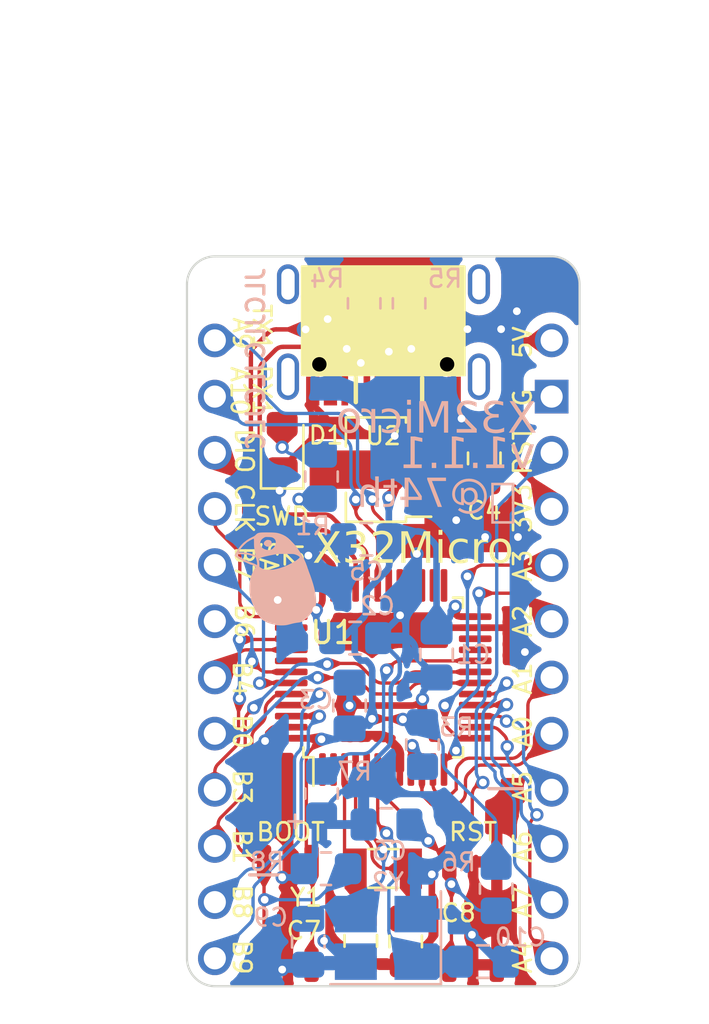
<source format=kicad_pcb>
(kicad_pcb (version 20221018) (generator pcbnew)
  (title_block (title "X32Micro") (rev "1.1.1") (company "Atsushi Morimoto (@74th)"))
  (layers (0 "F.Cu" signal) (31 "B.Cu" signal) (34 "B.Paste" user) (35 "F.Paste" user) (36 "B.SilkS" user "B.Silkscreen") (37 "F.SilkS" user "F.Silkscreen") (38 "B.Mask" user) (39 "F.Mask" user) (44 "Edge.Cuts" user))
  (net 0 "")
  (net 1 "+3V3")
  (net 2 "GND")
  (net 3 "+5V")
  (net 4 "DM")
  (net 5 "DP")
  (net 6 "Net-(U1-PC14{slash}OSC32IN)")
  (net 7 "Net-(U1-PC15{slash}OSC32OUT)")
  (net 8 "1{slash}UART_TX")
  (net 9 "0{slash}UART_RX")
  (net 10 "2{slash}I2C_SDA")
  (net 11 "3{slash}I2C_SCL")
  (net 12 "4{slash}A6")
  (net 13 "5")
  (net 14 "6{slash}A7")
  (net 15 "7")
  (net 16 "8{slash}A8")
  (net 17 "9{slash}A9")
  (net 18 "10{slash}A10")
  (net 19 "16{slash}SPI_MOSI")
  (net 20 "14{slash}SPI_MISO")
  (net 21 "15{slash}SPI_SCK")
  (net 22 "18{slash}A0")
  (net 23 "19{slash}A1")
  (net 24 "20{slash}A2")
  (net 25 "21{slash}A3")
  (net 26 "Net-(U1-OSC_OUT{slash}PD1)")
  (net 27 "Net-(U1-OSC_IN{slash}PD0)")
  (net 28 "RST")
  (net 29 "Net-(D1-A)")
  (net 30 "Net-(J1-CC1)")
  (net 31 "Net-(J1-CC2)")
  (net 32 "SWDIO")
  (net 33 "SWCLK")
  (net 34 "Net-(U1-VDDA)")
  (net 35 "BOOT0")
  (net 36 "BOOT1")
  (footprint "$74th:SKRPABE010" (layer "F.Cu") (at 112.954 129.718 90)
    (fp_text reference "SW1")
    (fp_text value "SW_Push")
  )
  (footprint "$74th:SKRPABE010" (layer "F.Cu") (at 104.572 129.718 -90)
    (fp_text reference "SW2")
    (fp_text value "SW_Push")
  )
  (footprint "$74th:LED_0805_2012Metric_Pad1.15x1.40mm_HandSolder" (layer "F.Cu") (at 104.318 108.645 90)
    (fp_text reference "D1")
    (fp_text value "LED")
  )
  (footprint "$74th:ProMicro_LIKE_LEFT_NO_GND" (layer "F.Cu") (at 101.27 117.78)
    (fp_text reference "J2" hide)
    (fp_text value "ProMicro-LeftPin-NoGND")
  )
  (footprint "$74th:Capacitor_0805_2012" (layer "F.Cu") (at 109.906 130.988 -90)
    (fp_text reference "C8")
    (fp_text value "12p")
  )
  (footprint "$74th:Capacitor_0805_2012" (layer "F.Cu") (at 107.874 130.9625 -90)
    (fp_text reference "C7")
    (fp_text value "12p")
  )
  (footprint "Package_QFP:LQFP-48_7x7mm_P0.5mm" (layer "F.Cu") (at 108.89 119.05 90)
    (fp_text reference "U1")
    (fp_text value "STM32V103C8T6")
  )
  (footprint "$74th:Crystal_SMD_3215-2Pin_3.2x1.5mm" (layer "F.Cu") (at 108.89 127.686)
    (fp_text reference "Y1")
    (fp_text value "32.768k")
  )
  (footprint "Package_TO_SOT_SMD:SOT-89-3_Handsoldering" (layer "F.Cu") (at 108.8595 109.652 180)
    (fp_text reference "U2")
    (fp_text value "AMS1117-3.3")
  )
  (footprint "$74th:USB-C-12-Pin-SMD" (layer "F.Cu") (at 108.89 101.27 180)
    (fp_text reference "J1" hide)
    (fp_text value "USB2.0_C_v3")
  )
  (footprint "$74th:ProMicro_LIKE_RIGHT" (layer "F.Cu") (at 116.51 119.05)
    (fp_text reference "J3" hide)
    (fp_text value "ProMicro-RightPin")
  )
  (footprint "$74th:Capacitor_0805_2012" (layer "F.Cu") (at 113.462 109.144 -90)
    (fp_text reference "C4")
    (fp_text value "10u")
  )
  (footprint "$74th:74th-5mm" (layer "B.Cu") (at 104.14 114.808 180)
    (fp_text reference "G***" hide)
    (fp_text value "LOGO" hide)
  )
  (footprint "$74th:Register_0805_2012" (layer "B.Cu") (at 106.2 127.6 180)
    (fp_text reference "R8")
    (fp_text value "10k")
  )
  (footprint "$74th:Register_0805_2012" (layer "B.Cu") (at 110.568 122.182 -90)
    (fp_text reference "R3")
    (fp_text value "0")
  )
  (footprint "$74th:JLCJLCJLCJLC" (layer "B.Cu") (at 103.124 104.648 -90)
    (fp_text reference "REF**" hide)
    (fp_text value "JLCJLCJLCJLC")
  )
  (footprint "$74th:Capacitor_0805_2012" (layer "B.Cu") (at 113.4 131.9)
    (fp_text reference "C10")
    (fp_text value "22p")
  )
  (footprint "$74th:Capacitor_0805_2012" (layer "B.Cu") (at 108.128 112.8 180)
    (fp_text reference "C5")
    (fp_text value "2.2u")
  )
  (footprint "$74th:Register_0805_2012" (layer "B.Cu") (at 110.16 102.032 90)
    (fp_text reference "R5")
    (fp_text value "5.1k")
  )
  (footprint "$74th:Capacitor_0805_2012" (layer "B.Cu") (at 109.0375 125.7 180)
    (fp_text reference "C6")
    (fp_text value "100n")
  )
  (footprint "$74th:Register_0805_2012" (layer "B.Cu") (at 108.128 102.032 90)
    (fp_text reference "R4")
    (fp_text value "5.1k")
  )
  (footprint "$74th:Crystal_SMD_3225-4Pin_3.2x2.5mm_HandSoldering" (layer "B.Cu") (at 109 130.825 180)
    (fp_text reference "Y2")
    (fp_text value "8M")
  )
  (footprint "$74th:Register_0805_2012" (layer "B.Cu") (at 106.196 109.866 90)
    (fp_text reference "R1")
    (fp_text value "200")
  )
  (footprint "$74th:Capacitor_0805_2012" (layer "B.Cu") (at 105.5 131 -90)
    (fp_text reference "C9")
    (fp_text value "22p")
  )
  (footprint "$74th:Register_0805_2012" (layer "B.Cu") (at 106 124.4 -90)
    (fp_text reference "R7")
    (fp_text value "10k")
  )
  (footprint "$74th:Capacitor_0805_2012" (layer "B.Cu") (at 107.366 120.32 90)
    (fp_text reference "C3")
    (fp_text value "100n")
  )
  (footprint "$74th:Capacitor_0805_2012" (layer "B.Cu") (at 107.62 117.272)
    (fp_text reference "C2")
    (fp_text value "100n")
  )
  (footprint "$74th:Register_0805_2012" (layer "B.Cu") (at 113.9 128.7 -90)
    (fp_text reference "R6")
    (fp_text value "10k")
  )
  (footprint "$74th:Capacitor_0805_2012" (layer "B.Cu") (at 111.303 118.0125 -90)
    (fp_text reference "C1")
    (fp_text value "100n")
  )
  (gr_line (start 113.665 124.079) (end 115.189 124.079) (stroke (width 0.15)) (layer "B.SilkS"))
  (gr_line (start 102.848 127.978) (end 104.372 127.978) (stroke (width 0.15)) (layer "B.SilkS"))
  (gr_line (start 117.770974 101.279026) (end 117.770974 131.740974) (stroke (width 0.1)) (layer "Edge.Cuts"))
  (gr_arc (start 116.500974 100.009026) (mid 117.399 100.381) (end 117.770974 101.279026) (stroke (width 0.1)) (layer "Edge.Cuts"))
  (gr_line (start 101.279026 100.009026) (end 116.500974 100.009026) (stroke (width 0.1)) (layer "Edge.Cuts"))
  (gr_line (start 116.500974 133.010974) (end 101.279026 133.010974) (stroke (width 0.1)) (layer "Edge.Cuts"))
  (gr_line (start 100.009026 131.740974) (end 100.009026 101.279026) (stroke (width 0.1)) (layer "Edge.Cuts"))
  (gr_arc (start 100.009026 101.279026) (mid 100.381 100.381) (end 101.279026 100.009026) (stroke (width 0.1)) (layer "Edge.Cuts"))
  (gr_arc (start 117.770974 131.740974) (mid 117.399 132.639) (end 116.500974 133.010974) (stroke (width 0.1)) (layer "Edge.Cuts"))
  (gr_arc (start 101.279026 133.010974) (mid 100.381 132.639) (end 100.009026 131.740974) (stroke (width 0.1)) (layer "Edge.Cuts"))
  (gr_text "v1.1.1" (at 112.7 109) (layer "B.SilkS") (effects (font (size 1.4 1.4)) (justify mirror)))
  (gr_text "" (at 114.3 111.1) (layer "B.SilkS") (effects (font (size 1.5 1.5)) (justify mirror)))
  (gr_text "+" (at 104.9 125.5) (layer "B.SilkS") (effects (font (size 0.8 0.8) (thickness 0.12)) (justify mirror)))
  (gr_text "X32Micro" (at 111.3 107.4) (layer "B.SilkS") (effects (font (size 1.4 1.4)) (justify mirror)))
  (gr_text "@74th" (at 110.7 110.8) (layer "B.SilkS") (effects (font (size 1.3 1.3) (thickness 0.1875)) (justify mirror)))
  (gr_text "X32Micro" (at 110.236 113.284) (layer "F.SilkS") (effects (font (size 1.4 1.4))))
  (gr_text "B8" (at 102.5 129.2 -90) (layer "F.SilkS") (effects (font (size 0.8 0.8) (thickness 0.12))))
  (gr_text "CL" (at 103.7 115.4 270) (layer "F.SilkS") (effects (font (size 0.8 0.8) (thickness 0.12))))
  (gr_text "B9" (at 102.5 131.7 -90) (layer "F.SilkS") (effects (font (size 0.8 0.8) (thickness 0.12))))
  (gr_text "B1" (at 102.5 126.7 -90) (layer "F.SilkS") (effects (font (size 0.8 0.8) (thickness 0.12))))
  (gr_text "A0" (at 115.2 121.5 90) (layer "F.SilkS") (effects (font (size 0.8 0.8) (thickness 0.12))))
  (gr_text "SA" (at 103.7 113.6 270) (layer "F.SilkS") (effects (font (size 0.8 0.8) (thickness 0.12))))
  (gr_text "SWD" (at 104.3 111.76) (layer "F.SilkS") (effects (font (size 0.8 0.8) (thickness 0.12))))
  (gr_text "5V" (at 115.2 103.9 90) (layer "F.SilkS") (effects (font (size 0.8 0.8) (thickness 0.12))))
  (gr_text "B0" (at 102.5 121.5 -90) (layer "F.SilkS") (effects (font (size 0.8 0.8) (thickness 0.12))))
  (gr_text "B3" (at 102.5 124 -90) (layer "F.SilkS") (effects (font (size 0.8 0.8) (thickness 0.12))))
  (gr_text "B6" (at 102.6 116.5 270) (layer "F.SilkS") (effects (font (size 0.8 0.8) (thickness 0.12))))
  (gr_text "A10" (at 102.4 106.1 -90) (layer "F.SilkS") (effects (font (size 0.8 0.8) (thickness 0.12))))
  (gr_text "3V3" (at 115.2 111.4 90) (layer "F.SilkS") (effects (font (size 0.8 0.8) (thickness 0.12))))
  (gr_text "I2C1" (at 104.8 114.3 270) (layer "F.SilkS") (effects (font (size 0.8 0.8) (thickness 0.12))))
  (gr_text "G" (at 115.2 106.4 90) (layer "F.SilkS") (effects (font (size 0.8 0.8) (thickness 0.12))))
  (gr_text "A7" (at 115.2 129.2 90) (layer "F.SilkS") (effects (font (size 0.8 0.8) (thickness 0.12))))
  (gr_text "DIO" (at 102.6 108.8 270) (layer "F.SilkS") (effects (font (size 0.8 0.8) (thickness 0.12))))
  (gr_text "B4" (at 102.5 119.1 -90) (layer "F.SilkS") (effects (font (size 0.8 0.8) (thickness 0.12))))
  (gr_text "B7" (at 102.6 113.9 270) (layer "F.SilkS") (effects (font (size 0.8 0.8) (thickness 0.12))))
  (gr_text "A9" (at 102.5 103.5 -90) (layer "F.SilkS") (effects (font (size 0.8 0.8) (thickness 0.12))))
  (gr_text "A5" (at 115.2 124 90) (layer "F.SilkS") (effects (font (size 0.8 0.8) (thickness 0.12))))
  (gr_text "A6" (at 115.2 126.7 90) (layer "F.SilkS") (effects (font (size 0.8 0.8) (thickness 0.12))))
  (gr_text "A1" (at 115.2 119.1 90) (layer "F.SilkS") (effects (font (size 0.8 0.8) (thickness 0.12))))
  (gr_text "TX1 RX1" (at 103.4 104.7 270) (layer "F.SilkS") (effects (font (size 0.8 0.8) (thickness 0.12))))
  (gr_text "RST" (at 112.954 126.035) (layer "F.SilkS") (effects (font (size 0.8 0.8) (thickness 0.12))))
  (gr_text "CLK" (at 102.6 111.4 270) (layer "F.SilkS") (effects (font (size 0.8 0.8) (thickness 0.12))))
  (gr_text "A2" (at 115.2 116.5 90) (layer "F.SilkS") (effects (font (size 0.8 0.8) (thickness 0.12))))
  (gr_text "A3" (at 115.2 114 90) (layer "F.SilkS") (effects (font (size 0.8 0.8) (thickness 0.12))))
  (gr_text "A4" (at 115.2 131.7 90) (layer "F.SilkS") (effects (font (size 0.8 0.8) (thickness 0.12))))
  (gr_text "BOOT" (at 104.699 126.035) (layer "F.SilkS") (effects (font (size 0.8 0.8) (thickness 0.12))))
  (gr_text "RST" (at 115.2 108.8 90) (layer "F.SilkS") (effects (font (size 0.8 0.8) (thickness 0.12))))
  (segment (start 105.41 122.737107) (end 105.41 127.156) (width 0.15) (layer "F.Cu") (net 1))
  (segment (start 105.41 127.156) (end 105.647 127.393) (width 0.15) (layer "F.Cu") (net 1))
  (segment (start 109.753515 120.92) (end 109.780531 120.947016) (width 0.2) (layer "F.Cu") (net 1))
  (segment (start 105.914543 110.851553) (end 107.01301 109.753086) (width 0.2) (layer "F.Cu") (net 1))
  (segment (start 114.423293 109.144) (end 111.637107 109.144) (width 0.3) (layer "F.Cu") (net 1))
  (segment (start 104.7275 121.8) (end 106.052 121.8) (width 0.3) (layer "F.Cu") (net 1))
  (segment (start 105.08 110.998) (end 105.560989 110.998) (width 0.2) (layer "F.Cu") (net 1))
  (segment (start 106.14 115.5062) (end 106.14 114.8875) (width 0.3) (layer "F.Cu") (net 1))
  (segment (start 108.381531 120.92) (end 109.753515 120.92) (width 0.2) (layer "F.Cu") (net 1))
  (segment (start 105.86037 115.992937) (end 105.993554 115.859753) (width 0.3) (layer "F.Cu") (net 1))
  (segment (start 109.144 110.922) (end 109.144 110.818478) (width 0.3) (layer "F.Cu") (net 1))
  (segment (start 106.052 121.8) (end 106.096 121.844) (width 0.3) (layer "F.Cu") (net 1))
  (segment (start 111.283553 109.290447) (end 110.922 109.652) (width 0.3) (layer "F.Cu") (net 1))
  (segment (start 112.4338 116.3) (end 113.0525 116.3) (width 0.3) (layer "F.Cu") (net 1))
  (segment (start 109.906 109.652) (end 110.922 109.652) (width 0.3) (layer "F.Cu") (net 1))
  (segment (start 105.685526 127.431526) (end 105.685526 132.004474) (width 0.15) (layer "F.Cu") (net 1))
  (segment (start 106.096 121.844) (end 105.556446 122.383554) (width 0.15) (layer "F.Cu") (net 1))
  (segment (start 109.144 110.818478) (end 110.310478 109.652) (width 0.3) (layer "F.Cu") (net 1))
  (segment (start 116.51 111.43) (end 116.51 111.230707) (width 0.3) (layer "F.Cu") (net 1))
  (segment (start 105.647 127.393) (end 105.685526 127.431526) (width 0.15) (layer "F.Cu") (net 1))
  (segment (start 116.363553 110.877153) (end 114.776846 109.290446) (width 0.3) (layer "F.Cu") (net 1))
  (segment (start 107.319107 109.652) (end 110.922 109.652) (width 0.2) (layer "F.Cu") (net 1))
  (segment (start 112.154895 116.178369) (end 112.241289 116.264763) (width 0.3) (layer "F.Cu") (net 1))
  (segment (start 105.685526 132.004474) (end 105.647 132.043) (width 0.15) (layer "F.Cu") (net 1))
  (segment (start 112.154895 115.835646) (end 112.154895 116.178369) (width 0.3) (layer "F.Cu") (net 1))
  (via (at 109.144 110.922) (size 0.6) (drill 0.35) (layers "F.Cu" "B.Cu") (net 1))
  (via (at 108.381531 120.92) (size 0.6) (drill 0.35) (layers "F.Cu" "B.Cu") (net 1))
  (via (at 109.780531 120.947016) (size 0.6) (drill 0.35) (layers "F.Cu" "B.Cu") (net 1))
  (via (at 105.86037 115.992937) (size 0.6) (drill 0.35) (layers "F.Cu" "B.Cu") (net 1))
  (via (at 106.096 121.844) (size 0.6) (drill 0.35) (layers "F.Cu" "B.Cu") (net 1))
  (via (at 105.08 110.998) (size 0.6) (drill 0.35) (layers "F.Cu" "B.Cu") (net 1))
  (via (at 112.154895 115.835646) (size 0.6) (drill 0.35) (layers "F.Cu" "B.Cu") (net 1))
  (arc (start 105.914543 110.851553) (mid 105.752331 110.95994) (end 105.560989 110.998) (width 0.2) (layer "F.Cu") (net 1))
  (arc (start 105.556446 122.383554) (mid 105.44806 122.545766) (end 105.41 122.737107) (width 0.15) (layer "F.Cu") (net 1))
  (arc (start 112.241289 116.264763) (mid 112.336255 116.290393) (end 112.4338 116.3) (width 0.3) (layer "F.Cu") (net 1))
  (arc (start 111.283553 109.290447) (mid 111.445765 109.18206) (end 111.637107 109.144) (width 0.3) (layer "F.Cu") (net 1))
  (arc (start 107.01301 109.753086) (mid 107.158386 109.678533) (end 107.319107 109.652) (width 0.2) (layer "F.Cu") (net 1))
  (arc (start 106.14 115.5062) (mid 106.10194 115.697541) (end 105.993554 115.859753) (width 0.3) (layer "F.Cu") (net 1))
  (arc (start 116.363553 110.877153) (mid 116.47194 111.039365) (end 116.51 111.230707) (width 0.3) (layer "F.Cu") (net 1))
  (arc (start 114.776846 109.290446) (mid 114.614634 109.18206) (end 114.423293 109.144) (width 0.3) (layer "F.Cu") (net 1))
  (segment (start 106.006817 116.696317) (end 106.5825 117.272) (width 0.3) (layer "B.Cu") (net 1))
  (segment (start 106.064 110.998) (end 106.096 110.966) (width 0.2) (layer "B.Cu") (net 1))
  (segment (start 107.025947 121.697553) (end 107.366 121.3575) (width 0.3) (layer "B.Cu") (net 1))
  (segment (start 112.154895 115.835646) (end 111.945811 116.04473) (width 0.3) (layer "B.Cu") (net 1))
  (segment (start 108.39052 118.757627) (end 108.39052 120.882373) (width 0.3) (layer "B.Cu") (net 1))
  (segment (start 109.144 110.922) (end 109.144 112.1705) (width 0.3) (layer "B.Cu") (net 1))
  (segment (start 111.800616 116.477384) (end 111.303 116.975) (width 0.3) (layer "B.Cu") (net 1))
  (segment (start 107.744378 118.158378) (end 107.874 118.288) (width 0.3) (layer "B.Cu") (net 1))
  (segment (start 111.303 113.288107) (end 111.303 116.975) (width 0.3) (layer "B.Cu") (net 1))
  (segment (start 109.780531 120.947016) (end 109.915515 121.082) (width 0.15) (layer "B.Cu") (net 1))
  (segment (start 111.746447 123.246447) (end 113.853554 125.353554) (width 0.15) (layer "B.Cu") (net 1))
  (segment (start 114 127.6) (end 114 125.707107) (width 0.15) (layer "B.Cu") (net 1))
  (segment (start 107.597931 116.741931) (end 107.597931 117.804824) (width 0.3) (layer "B.Cu") (net 1))
  (segment (start 107.597931 116.741931) (end 107.959485 116.380377) (width 0.3) (layer "B.Cu") (net 1))
  (segment (start 106.096 121.844) (end 106.672393 121.844) (width 0.3) (layer "B.Cu") (net 1))
  (segment (start 107.874 118.288) (end 108.128 118.288) (width 0.3) (layer "B.Cu") (net 1))
  (segment (start 109.915515 121.082) (end 110.668 121.082) (width 0.15) (layer "B.Cu") (net 1))
  (segment (start 105.08 110.998) (end 106.064 110.998) (width 0.2) (layer "B.Cu") (net 1))
  (segment (start 111.6 122.221107) (end 111.6 122.892893) (width 0.15) (layer "B.Cu") (net 1))
  (segment (start 108.105931 116.026824) (end 108.105931 115.367576) (width 0.3) (layer "B.Cu") (net 1))
  (segment (start 109.6655 112.446) (end 110.460893 112.446) (width 0.3) (layer "B.Cu") (net 1))
  (segment (start 108.128 118.288) (end 108.244074 118.404074) (width 0.3) (layer "B.Cu") (net 1))
  (segment (start 108.252378 115.014022) (end 109.019054 114.247346) (width 0.3) (layer "B.Cu") (net 1))
  (segment (start 105.86037 115.992937) (end 105.86037 116.342763) (width 0.3) (layer "B.Cu") (net 1))
  (segment (start 107.736924 121.3575) (end 107.366 121.3575) (width 0.3) (layer "B.Cu") (net 1))
  (segment (start 110.814447 112.592447) (end 111.156554 112.934554) (width 0.3) (layer "B.Cu") (net 1))
  (segment (start 110.668 121.082) (end 111.453554 121.867554) (width 0.15) (layer "B.Cu") (net 1))
  (segment (start 108.381531 120.92) (end 108.090477 121.211054) (width 0.3) (layer "B.Cu") (net 1))
  (segment (start 111.945811 116.04473) (end 111.945811 116.18949) (width 0.3) (layer "B.Cu") (net 1))
  (segment (start 107.597931 116.741931) (end 107.214308 117.125554) (width 0.3) (layer "B.Cu") (net 1))
  (segment (start 106.860755 117.272) (end 106.5825 117.272) (width 0.3) (layer "B.Cu") (net 1))
  (segment (start 109.1655 113.893793) (end 109.1655 112.946) (width 0.3) (layer "B.Cu") (net 1))
  (arc (start 107.025947 121.697553) (mid 106.863735 121.80594) (end 106.672393 121.844) (width 0.3) (layer "B.Cu") (net 1))
  (arc (start 111.6 122.221107) (mid 111.56194 122.029766) (end 111.453554 121.867554) (width 0.15) (layer "B.Cu") (net 1))
  (arc (start 110.460893 112.446) (mid 110.652235 112.48406) (end 110.814447 112.592447) (width 0.3) (layer "B.Cu") (net 1))
  (arc (start 114 125.707107) (mid 113.96194 125.515766) (end 113.853554 125.353554) (width 0.15) (layer "B.Cu") (net 1))
  (arc (start 111.303 113.288107) (mid 111.26494 113.096766) (end 111.156554 112.934554) (width 0.3) (layer "B.Cu") (net 1))
  (arc (start 108.39052 120.882373) (mid 108.35246 121.073715) (end 108.244073 121.235927) (width 0.3) (layer "B.Cu") (net 1))
  (arc (start 107.959485 116.380377) (mid 108.067871 116.218165) (end 108.105931 116.026824) (width 0.3) (layer "B.Cu") (net 1))
  (arc (start 109.6655 112.446) (mid 109.311947 112.592447) (end 109.1655 112.946) (width 0.3) (layer "B.Cu") (net 1))
  (arc (start 107.214308 117.125554) (mid 107.052096 117.23394) (end 106.860755 117.272) (width 0.3) (layer "B.Cu") (net 1))
  (arc (start 111.746447 123.246447) (mid 111.63806 123.084235) (end 111.6 122.892893) (width 0.15) (layer "B.Cu") (net 1))
  (arc (start 108.252378 115.014022) (mid 108.143991 115.176234) (end 108.105931 115.367576) (width 0.3) (layer "B.Cu") (net 1))
  (arc (start 111.945811 116.18949) (mid 111.895514 116.344979) (end 111.800616 116.477384) (width 0.3) (layer "B.Cu") (net 1))
  (arc (start 107.744378 118.158378) (mid 107.635991 117.996166) (end 107.597931 117.804824) (width 0.3) (layer "B.Cu") (net 1))
  (arc (start 108.090477 121.211054) (mid 107.928265 121.31944) (end 107.736924 121.3575) (width 0.3) (layer "B.Cu") (net 1))
  (arc (start 106.006817 116.696317) (mid 105.89843 116.534105) (end 105.86037 116.342763) (width 0.3) (layer "B.Cu") (net 1))
  (arc (start 108.39052 118.757627) (mid 108.35246 118.566286) (end 108.244074 118.404074) (width 0.3) (layer "B.Cu") (net 1))
  (arc (start 109.019054 114.247346) (mid 109.12744 114.085134) (end 109.1655 113.893793) (width 0.3) (layer "B.Cu") (net 1))
  (segment (start 112.246447 107.159111) (end 112.43138 107.344044) (width 0.3) (layer "F.Cu") (net 2))
  (segment (start 109.8805 132) (end 109.906 132.0255) (width 0.3) (layer "F.Cu") (net 2))
  (segment (start 111.0095 111.152) (end 111.0095 112.659393) (width 0.3) (layer "F.Cu") (net 2))
  (segment (start 105.7 106.508893) (end 105.7 106.1) (width 0.3) (layer "F.Cu") (net 2))
  (segment (start 112.1 106.1) (end 112.1 106.805557) (width 0.3) (layer "F.Cu") (net 2))
  (segment (start 104.2 109.788) (end 104.318 109.67) (width 0.3) (layer "F.Cu") (net 2))
  (segment (start 109.409998 108.128) (end 109.385858 108.10386) (width 0.3) (layer "F.Cu") (net 2))
  (segment (start 111.539205 116.653553) (end 111.288098 116.402446) (width 0.3) (layer "F.Cu") (net 2))
  (segment (start 106.316797 113.684556) (end 106.539104 113.906863) (width 0.3) (layer "F.Cu") (net 2))
  (segment (start 107.366 120.3205) (end 110.172893 120.3205) (width 0.3) (layer "F.Cu") (net 2))
  (segment (start 104.064 124.4) (end 104.078642 124.414642) (width 0.3) (layer "F.Cu") (net 2))
  (segment (start 109.493553 122.193553) (end 109.112646 121.812646) (width 0.4) (layer "F.Cu") (net 2))
  (segment (start 103.69048 121.8) (end 103.66602 121.8) (width 0.15) (layer "F.Cu") (net 2))
  (segment (start 104.826 126.924) (end 104.917511 127.015511) (width 0.3) (layer "F.Cu") (net 2))
  (segment (start 104.318 129.163107) (end 104.318 132.258) (width 0.3) (layer "F.Cu") (net 2))
  (segment (start 104.917511 127.015511) (end 104.917511 128.149382) (width 0.3) (layer "F.Cu") (net 2))
  (segment (start 113.5 110.2195) (end 113.462 110.1815) (width 0.3) (layer "F.Cu") (net 2))
  (segment (start 110.943055 130.988445) (end 109.906 132.0255) (width 0.3) (layer "F.Cu") (net 2))
  (segment (start 106.96732 107.981553) (end 105.8009 106.815133) (width 0.3) (layer "F.Cu") (net 2))
  (segment (start 111.089502 127.953032) (end 111.089502 130.634891) (width 0.3) (layer "F.Cu") (net 2))
  (segment (start 103.69048 121.569869) (end 103.813902 121.446447) (width 0.3) (layer "F.Cu") (net 2))
  (segment (start 104.771064 128.502936) (end 104.464446 128.809554) (width 0.3) (layer "F.Cu") (net 2))
  (segment (start 113.5 112.7) (end 114.986 112.7) (width 0.3) (layer "F.Cu") (net 2))
  (segment (start 104.064 125.186938) (end 104.064 123.498907) (width 0.3) (layer "F.Cu") (net 2))
  (segment (start 103.66602 121.8) (end 103.542727 121.923293) (width 0.15) (layer "F.Cu") (net 2))
  (segment (start 104.210447 126.308447) (end 104.826 126.924) (width 0.3) (layer "F.Cu") (net 2))
  (segment (start 103.917554 123.145354) (end 103.836927 123.064727) (width 0.3) (layer "F.Cu") (net 2))
  (segment (start 110.934545 116.256) (end 109.652 116.256) (width 0.3) (layer "F.Cu") (net 2))
  (segment (start 108.759093 121.6662) (end 108.157307 121.6662) (width 0.4) (layer "F.Cu") (net 2))
  (segment (start 106.64 114.213107) (end 106.64 114.8875) (width 0.3) (layer "F.Cu") (net 2))
  (segment (start 104.078642 124.414642) (end 104.078642 126.211774) (width 0.3) (layer "F.Cu") (net 2))
  (segment (start 114.234893 116.8) (end 113.0525 116.8) (width 0.3) (layer "F.Cu") (net 2))
  (segment (start 107.366 120.874893) (end 107.366 120.3205) (width 0.4) (layer "F.Cu") (net 2))
  (segment (start 104.318 109.603414) (end 104.318 109.67) (width 0.3) (layer "F.Cu") (net 2))
  (segment (start 105.502627 113.538109) (end 105.963243 113.538109) (width 0.3) (layer "F.Cu") (net 2))
  (segment (start 107.874 132) (end 109.8805 132) (width 0.3) (layer "F.Cu") (net 2))
  (segment (start 104.167456 121.3) (end 104.7275 121.3) (width 0.3) (layer "F.Cu") (net 2))
  (segment (start 104.2 110.6) (end 104.2 109.788) (width 0.3) (layer "F.Cu") (net 2))
  (segment (start 103.69048 122.711173) (end 103.69048 121.8) (width 0.3) (layer "F.Cu") (net 2))
  (segment (start 107.803753 121.519753) (end 107.512446 121.228446) (width 0.4) (layer "F.Cu") (net 2))
  (segment (start 115.153553 117.490912) (end 114.427406 116.764765) (width 0.3) (layer "F.Cu") (net 2))
  (segment (start 113.5 112.7) (end 113.5 110.2195) (width 0.3) (layer "F.Cu") (net 2))
  (segment (start 115.3 117.9) (end 115.3 117.844466) (width 0.3) (layer "F.Cu") (net 2))
  (segment (start 109.652 116.256) (end 109.652 116.2395) (width 0.3) (layer "F.Cu") (net 2))
  (segment (start 109.409998 108.128) (end 107.320874 108.128) (width 0.3) (layer "F.Cu") (net 2))
  (segment (start 107.874 132) (end 106.979103 131.105103) (width 0.3) (layer "F.Cu") (net 2))
  (segment (start 110.863053 113.012947) (end 110.414 113.462) (width 0.3) (layer "F.Cu") (net 2))
  (segment (start 109.385858 108.10386) (end 105.96026 108.10386) (width 0.3) (layer "F.Cu") (net 2))
  (segment (start 106.62555 130.958657) (end 106.210526 130.958657) (width 0.3) (layer "F.Cu") (net 2))
  (segment (start 114.029 127.393) (end 114.029 132.043) (width 0.15) (layer "F.Cu") (net 2))
  (segment (start 105.672368 108.249046) (end 104.318 109.603414) (width 0.3) (layer "F.Cu") (net 2))
  (segment (start 110.526447 120.174053) (end 110.668 120.0325) (width 0.3) (layer "F.Cu") (net 2))
  (segment (start 109.64 123.2125) (end 109.64 122.547107) (width 0.4) (layer "F.Cu") (net 2))
  (segment (start 113.0525 116.8) (end 111.892759 116.8) (width 0.3) (layer "F.Cu") (net 2))
  (segment (start 103.69048 121.8) (end 103.69048 121.569869) (width 0.3) (layer "F.Cu") (net 2))
  (via (at 110.668 120.0325) (size 0.6) (drill 0.35) (layers "F.Cu" "B.Cu") (net 2))
  (via (at 113.5 112.7) (size 0.6) (drill 0.35) (layers "F.Cu" "B.Cu") (net 2))
  (via (at 114.224 103.302) (size 0.6) (drill 0.35) (layers "F.Cu" "B.Cu") (net 2))
  (via (at 104.318 132.258) (size 0.6) (drill 0.35) (layers "F.Cu" "B.Cu") (net 2))
  (via (at 114.935 102.489) (size 0.6) (drill 0.35) (layers "F.Cu" "B.Cu") (net 2))
  (via (at 109.652 116.2395) (size 0.6) (drill 0.35) (layers "F.Cu" "B.Cu") (net 2))
  (via (at 104.2 110.6) (size 0.6) (drill 0.35) (layers "F.Cu" "B.Cu") (net 2))
  (via (at 115.3 117.9) (size 0.6) (drill 0.35) (layers "F.Cu" "B.Cu") (net 2))
  (via (at 104.318 128.0924) (size 0.6) (drill 0.35) (layers "F.Cu" "B.Cu") (net 2))
  (via (at 112.43138 107.344044) (size 0.6) (drill 0.35) (layers "F.Cu" "B.Cu") (net 2))
  (via (at 103.542727 121.923293) (size 0.6) (drill 0.35) (layers "F.Cu" "B.Cu") (net 2))
  (via (at 109.409998 108.128) (size 0.6) (drill 0.35) (layers "F.Cu" "B.Cu") (net 2))
  (via (at 112.192 111.938) (size 0.6) (drill 0.35) (layers "F.Cu" "B.Cu") (net 2))
  (via (at 112.903 130.683) (size 0.6) (drill 0.35) (layers "F.Cu" "B.Cu") (net 2))
  (via (at 107.366 120.3205) (size 0.6) (drill 0.35) (layers "F.Cu" "B.Cu") (net 2))
  (via (at 105.502627 113.538109) (size 0.6) (drill 0.35) (layers "F.Cu" "B.Cu") (net 2))
  (via (at 112.7 103.302) (size 0.6) (drill 0.35) (layers "F.Cu" "B.Cu") (net 2))
  (via (at 104.1148 115.5448) (size 0.6) (drill 0.35) (layers "F.Cu" "B.Cu") (net 2))
  (via (at 111.089502 127.953032) (size 0.6) (drill 0.35) (layers "F.Cu" "B.Cu") (net 2))
  (via (at 110.414 113.462) (size 0.6) (drill 0.35) (layers "F.Cu" "B.Cu") (net 2))
  (via (at 106.210526 130.958657) (size 0.6) (drill 0.35) (layers "F.Cu" "B.Cu") (net 2))
  (via (at 114.986 112.7) (size 0.6) (drill 0.35) (layers "F.Cu" "B.Cu") (net 2))
  (arc (start 112.246447 107.159111) (mid 112.13806 106.996899) (end 112.1 106.805557) (width 0.3) (layer "F.Cu") (net 2))
  (arc (start 103.813902 121.446447) (mid 103.976114 121.33806) (end 104.167456 121.3) (width 0.3) (layer "F.Cu") (net 2))
  (arc (start 107.803753 121.519753) (mid 107.965965 121.62814) (end 108.157307 121.6662) (width 0.4) (layer "F.Cu") (net 2))
  (arc (start 107.366 120.874893) (mid 107.40406 121.066234) (end 107.512446 121.228446) (width 0.4) (layer "F.Cu") (net 2))
  (arc (start 110.172893 120.3205) (mid 110.364235 120.28244) (end 110.526447 120.174053) (width 0.3) (layer "F.Cu") (net 2))
  (arc (start 107.320874 108.128) (mid 107.129532 108.08994) (end 106.96732 107.981553) (width 0.3) (layer "F.Cu") (net 2))
  (arc (start 110.943055 130.988445) (mid 111.051442 130.826233) (end 111.089502 130.634891) (width 0.3) (layer "F.Cu") (net 2))
  (arc (start 114.427406 116.764765) (mid 114.332439 116.790394) (end 114.234893 116.8) (width 0.3) (layer "F.Cu") (net 2))
  (arc (start 103.836927 123.064727) (mid 103.72854 122.902515) (end 103.69048 122.711173) (width 0.3) (layer "F.Cu") (net 2))
  (arc (start 106.316797 113.684556) (mid 106.154585 113.576169) (end 105.963243 113.538109) (width 0.3) (layer "F.Cu") (net 2))
  (arc (start 109.493553 122.193553) (mid 109.60194 122.355765) (end 109.64 122.547107) (width 0.4) (layer "F.Cu") (net 2))
  (arc (start 115.3 117.844466) (mid 115.26194 117.653124) (end 115.153553 117.490912) (width 0.3) (layer "F.Cu") (net 2))
  (arc (start 111.288098 116.402446) (mid 111.125886 116.29406) (end 110.934545 116.256) (width 0.3) (layer "F.Cu") (net 2))
  (arc (start 106.539104 113.906863) (mid 106.613467 114.052386) (end 106.64 114.213107) (width 0.3) (layer "F.Cu") (net 2))
  (arc (start 110.863053 113.012947) (mid 110.97144 112.850735) (end 111.0095 112.659393) (width 0.3) (layer "F.Cu") (net 2))
  (arc (start 104.064 123.498907) (mid 104.02594 123.307566) (end 103.917554 123.145354) (width 0.3) (layer "F.Cu") (net 2))
  (arc (start 105.96026 108.10386) (mid 105.804778 108.154169) (end 105.672368 108.249046) (width 0.3) (layer "F.Cu") (net 2))
  (arc (start 106.979103 131.105103) (mid 106.816891 130.996717) (end 106.62555 130.958657) (width 0.3) (layer "F.Cu") (net 2))
  (arc (start 109.112646 121.812646) (mid 108.950434 121.70426) (end 108.759093 121.6662) (width 0.4) (layer "F.Cu") (net 2))
  (arc (start 104.078642 126.211774) (mid 104.147798 126.255814) (end 104.210447 126.308447) (width 0.3) (layer "F.Cu") (net 2))
  (arc (start 105.8009 106.815133) (mid 105.726533 106.669614) (end 105.7 106.508893) (width 0.3) (layer "F.Cu") (net 2))
  (arc (start 104.464446 128.809554) (mid 104.35606 128.971766) (end 104.318 129.163107) (width 0.3) (layer "F.Cu") (net 2))
  (arc (start 104.917511 128.149382) (mid 104.879451 128.340724) (end 104.771064 128.502936) (width 0.3) (layer "F.Cu") (net 2))
  (arc (start 111.539205 116.653553) (mid 111.701417 116.76194) (end 111.892759 116.8) (width 0.3) (layer "F.Cu") (net 2))
  (segment (start 106.596447 124.603553) (end 106.592622 124.607554) (width 0.2) (layer "B.Cu") (net 2))
  (segment (start 106.790553 131.428553) (end 106.604 131.242) (width 0.3) (layer "B.Cu") (net 2))
  (segment (start 106.468415 124.82827) (end 106.45148 124.891475) (width 0.2) (layer "B.Cu") (net 2))
  (segment (start 108.753511 117.175989) (end 109.73514 117.175989) (width 0.3) (layer "B.Cu") (net 2))
  (segment (start 105.425947 132.111553) (end 105.5 132.0375) (width 0.3) (layer "B.Cu") (net 2))
  (segment (start 114.4375 131.9) (end 114.12 131.9) (width 0.4) (layer "B.Cu") (net 2))
  (segment (start 106.04109 113.206753) (end 106.187055 113.206753) (width 0.3) (layer "B.Cu") (net 2))
  (segment (start 106.474947 113.061553) (end 107.0905 112.446) (width 0.3) (layer "B.Cu") (net 2))
  (segment (start 109.231031 119.597969) (end 109.231031 121.3) (width 0.2) (layer "B.Cu") (net 2))
  (segment (start 109.231031 121.3) (end 109.23296 121.301929) (width 0.2) (layer "B.Cu") (net 2))
  (segment (start 114.986 116.048893) (end 114.986 112.7) (width 0.3) (layer "B.Cu") (net 2))
  (segment (start 111.793871 107.981553) (end 112.43138 107.344044) (width 0.3) (layer "B.Cu") (net 2))
  (segment (start 105.6375 131.9) (end 105.5 132.0375) (width 0.3) (layer "B.Cu") (net 2))
  (segment (start 108 125.7) (end 108 123.3) (width 0.4) (layer "B.Cu") (net 2))
  (segment (start 106.320657 130.958657) (end 106.210526 130.958657) (width 0.3) (layer "B.Cu") (net 2))
  (segment (start 111.303 119.05) (end 110.875107 119.05) (width 0.3) (layer "B.Cu") (net 2))
  (segment (start 105.946447 125.453553) (end 106.1 125.3) (width 0.3) (layer "B.Cu") (net 2))
  (segment (start 107.366 120.3205) (end 107.366 119.2825) (width 0.3) (layer "B.Cu") (net 2))
  (segment (start 109.409998 108.128) (end 111.440317 108.128) (width 0.3) (layer "B.Cu") (net 2))
  (segment (start 106.521027 124.703066) (end 106.518366 124.707675) (width 0.2) (layer "B.Cu") (net 2))
  (segment (start 108.03 123.27) (end 107.329447 123.970553) (width 0.2) (layer "B.Cu") (net 2))
  (segment (start 114.12 131.9) (end 112.903 130.683) (width 0.4) (layer "B.Cu") (net 2))
  (segment (start 103.542727 122.857273) (end 103.5 122.9) (width 0.15) (layer "B.Cu") (net 2))
  (segment (start 110.088694 117.322436) (end 110.192735 117.426477) (width 0.3) (layer "B.Cu") (net 2))
  (segment (start 108 125.7) (end 108 125.553) (width 0.4) (layer "B.Cu") (net 2))
  (segment (start 106.604 131.242) (end 106.320657 130.958657) (width 0.3) (layer "B.Cu") (net 2))
  (segment (start 104.318 128.0924) (end 104.700493 128.0924) (width 0.3) (layer "B.Cu") (net 2))
  (segment (start 107.041107 124.2) (end 107 124.2) (width 0.2) (layer "B.Cu") (net 2))
  (segment (start 105.8 126.992893) (end 105.8 125.807107) (width 0.3) (layer "B.Cu") (net 2))
  (segment (start 115.153553 116.444194) (end 114.950765 116.241406) (width 0.3) (layer "B.Cu") (net 2))
  (segment (start 108 125.553) (end 108.077 125.476) (width 0.4) (layer "B.Cu") (net 2))
  (segment (start 110.485628 118.232628) (end 111.303 119.05) (width 0.3) (layer "B.Cu") (net 2))
  (segment (start 109.086513 122.213487) (end 108.03 123.27) (width 0.2) (layer "B.Cu") (net 2))
  (segment (start 107.329447 123.970553) (end 107.270553 123.970553) (width 0.2) (layer "B.Cu") (net 2))
  (segment (start 115.3 117.9) (end 115.3 116.797748) (width 0.3) (layer "B.Cu") (net 2))
  (segment (start 107.65 131.9) (end 105.6375 131.9) (width 0.3) (layer "B.Cu") (net 2))
  (segment (start 103.542727 121.923293) (end 103.542727 122.857273) (width 0.15) (layer "B.Cu") (net 2))
  (segment (start 109.23296 121.301929) (end 109.23296 121.859933) (width 0.2) (layer "B.Cu") (net 2))
  (segment (start 108.6575 117.272) (end 109.652 116.2775) (width 0.3) (layer "B.Cu") (net 2))
  (segment (start 108 123.3) (end 108.03 123.27) (width 0.4) (layer "B.Cu") (net 2))
  (segment (start 110.668 120.0325) (end 110.668 119.892107) (width 0.3) (layer "B.Cu") (net 2))
  (segment (start 115.103553 106.496447) (end 114.402402 107.197598) (width 0.3) (layer "B.Cu") (net 2))
  (segment (start 107.65 131.575) (end 107.144107 131.575) (width 0.3) (layer "B.Cu") (net 2))
  (segment (start 107.65 131.9) (end 107.358976 131.9) (width 0.3) (layer "B.Cu") (net 2))
  (segment (start 106.45 124.962744) (end 106.45 125.284) (width 0.2) (layer "B.Cu") (net 2))
  (segment (start 110.814447 119.538553) (end 111.303 119.05) (width 0.3) (layer "B.Cu") (net 2))
  (segment (start 107 124.2) (end 106.596447 124.603553) (width 0.2) (layer "B.Cu") (net 2))
  (segment (start 109.641728 118.463335) (end 109.641728 118.773058) (width 0.2) (layer "B.Cu") (net 2))
  (segment (start 104.318 132.258) (end 105.072393 132.258) (width 0.3) (layer "B.Cu") (net 2))
  (segment (start 107.270553 123.970553) (end 107.041107 124.2) (width 0.2) (layer "B.Cu") (net 2))
  (segment (start 109.652 116.2395) (end 109.652 116.2775) (width 0.3) (layer "B.Cu") (net 2))
  (segment (start 106.5 125.7) (end 106.1 125.3) (width 0.4) (layer "B.Cu") (net 2))
  (segment (start 105.054047 127.945953) (end 105.3 127.7) (width 0.3) (layer "B.Cu") (net 2))
  (segment (start 109.495281 119.126612) (end 109.377477 119.244416) (width 0.2) (layer "B.Cu") (net 2))
  (segment (start 105.502627 113.538109) (end 105.687537 113.353199) (width 0.3) (layer "B.Cu") (net 2))
  (segment (start 116.51 106.35) (end 115.457107 106.35) (width 0.3) (layer "B.Cu") (net 2))
  (segment (start 114.048849 107.344044) (end 112.43138 107.344044) (width 0.3) (layer "B.Cu") (net 2))
  (segment (start 110.339181 117.78003) (end 110.339181 117.879074) (width 0.3) (layer "B.Cu") (net 2))
  (segment (start 108.6575 117.272) (end 109.495282 118.109782) (width 0.2) (layer "B.Cu") (net 2))
  (segment (start 107.005422 131.753553) (end 106.210526 130.958657) (width 0.3) (layer "B.Cu") (net 2))
  (segment (start 105.3 127.7) (end 105.653554 127.346446) (width 0.3) (layer "B.Cu") (net 2))
  (segment (start 106.45148 124.891475) (end 106.450127 124.951472) (width 0.2) (layer "B.Cu") (net 2))
  (segment (start 108 125.7) (end 106.5 125.7) (width 0.4) (layer "B.Cu") (net 2))
  (arc (start 109.495281 119.126612) (mid 109.603668 118.9644) (end 109.641728 118.773058) (width 0.2) (layer "B.Cu") (net 2))
  (arc (start 110.485628 118.232628) (mid 110.377241 118.070416) (end 110.339181 117.879074) (width 0.3) (layer "B.Cu") (net 2))
  (arc (start 109.231031 119.597969) (mid 109.269091 119.406628) (end 109.377477 119.244416) (width 0.2) (layer "B.Cu") (net 2))
  (arc (start 106.518366 124.707675) (mid 106.489438 124.766335) (end 106.468415 124.82827) (width 0.2) (layer "B.Cu") (net 2))
  (arc (start 104.700493 128.0924) (mid 104.891835 128.05434) (end 105.054047 127.945953) (width 0.3) (layer "B.Cu") (net 2))
  (arc (start 105.425947 132.111553) (mid 105.263735 132.21994) (end 105.072393 132.258) (width 0.3) (layer "B.Cu") (net 2))
  (arc (start 114.950765 116.241406) (mid 114.976394 116.146439) (end 114.986 116.048893) (width 0.3) (layer "B.Cu") (net 2))
  (arc (start 111.440317 108.128) (mid 111.631659 108.08994) (end 111.793871 107.981553) (width 0.3) (layer "B.Cu") (net 2))
  (arc (start 105.653554 127.346446) (mid 105.76194 127.184234) (end 105.8 126.992893) (width 0.3) (layer "B.Cu") (net 2))
  (arc (start 115.103553 106.496447) (mid 115.265765 106.38806) (end 115.457107 106.35) (width 0.3) (layer "B.Cu") (net 2))
  (arc (start 106.45 124.962744) (mid 106.450032 124.957108) (end 106.450127 124.951472) (width 0.2) (layer "B.Cu") (net 2))
  (arc (start 107.358976 131.9) (mid 107.167634 131.86194) (end 107.005422 131.753553) (width 0.3) (layer "B.Cu") (net 2))
  (arc (start 105.8 125.807107) (mid 105.83806 125.615765) (end 105.946447 125.453553) (width 0.3) (layer "B.Cu") (net 2))
  (arc (start 110.668 119.892107) (mid 110.70606 119.700765) (end 110.814447 119.538553) (width 0.3) (layer "B.Cu") (net 2))
  (arc (start 106.790553 131.428553) (mid 106.952765 131.53694) (end 107.144107 131.575) (width 0.3) (layer "B.Cu") (net 2))
  (arc (start 110.192735 117.426477) (mid 110.301121 117.588689) (end 110.339181 117.78003) (width 0.3) (layer "B.Cu") (net 2))
  (arc (start 114.048849 107.344044) (mid 114.24019 107.305984) (end 114.402402 107.197598) (width 0.3) (layer "B.Cu") (net 2))
  (arc (start 109.495282 118.109782) (mid 109.603668 118.271994) (end 109.641728 118.463335) (width 0.2) (layer "B.Cu") (net 2))
  (arc (start 115.3 116.797748) (mid 115.26194 116.606406) (end 115.153553 116.444194) (width 0.3) (layer "B.Cu") (net 2))
  (arc (start 109.73514 117.175989) (mid 109.926482 117.214049) (end 110.088694 117.322436) (width 0.3) (layer "B.Cu") (net 2))
  (arc (start 106.187055 113.206753) (mid 106.342537 113.156435) (end 106.474947 113.061553) (width 0.3) (layer "B.Cu") (net 2))
  (arc (start 106.521027 124.703066) (mid 106.553964 124.653166) (end 106.592622 124.607554) (width 0.2) (layer "B.Cu") (net 2))
  (arc (start 109.086513 122.213487) (mid 109.1949 122.051275) (end 109.23296 121.859933) (width 0.2) (layer "B.Cu") (net 2))
  (arc (start 106.04109 113.206753) (mid 105.849749 113.244813) (end 105.687537 113.353199) (width 0.3) (layer "B.Cu") (net 2))
  (segment (start 115.447107 103.81) (end 116.51 103.81) (width 0.3) (layer "F.Cu") (net 3))
  (segment (start 111.3 106.1) (end 111.251925 106.051925) (width 0.2) (layer "F.Cu") (net 3))
  (segment (start 111.0095 108.152) (end 113.4165 108.152) (width 0.3) (layer "F.Cu") (net 3))
  (segment (start 106.674521 104.185459) (end 106.674521 105.925479) (width 0.2) (layer "F.Cu") (net 3))
  (segment (start 113.4165 108.152) (end 113.462 108.1065) (width 0.3) (layer "F.Cu") (net 3))
  (segment (start 110.079893 103.302) (end 107.55798 103.302) (width 0.2) (layer "F.Cu") (net 3))
  (segment (start 106.5 106.1) (end 106.689489 105.910511) (width 0.2) (layer "F.Cu") (net 3))
  (segment (start 113.883947 107.960053) (end 114.433154 107.410846) (width 0.3) (layer "F.Cu") (net 3))
  (segment (start 110.959032 103.974032) (end 110.433446 103.448446) (width 0.2) (layer "F.Cu") (net 3))
  (segment (start 111.105479 105.698372) (end 111.105479 104.327586) (width 0.2) (layer "F.Cu") (net 3))
  (segment (start 114.726047 104.323953) (end 115.093554 103.956446) (width 0.3) (layer "F.Cu") (net 3))
  (segment (start 111.0095 108.152) (end 111.0095 106.597607) (width 0.3) (layer "F.Cu") (net 3))
  (segment (start 107.204426 103.448447) (end 106.820967 103.831906) (width 0.2) (layer "F.Cu") (net 3))
  (segment (start 114.5796 107.057293) (end 114.5796 104.677507) (width 0.3) (layer "F.Cu") (net 3))
  (segment (start 113.462 108.1065) (end 113.530393 108.1065) (width 0.3) (layer "F.Cu") (net 3))
  (segment (start 111.155947 106.244053) (end 111.3 106.1) (width 0.3) (layer "F.Cu") (net 3))
  (arc (start 107.55798 103.302) (mid 107.366638 103.34006) (end 107.204426 103.448447) (width 0.2) (layer "F.Cu") (net 3))
  (arc (start 111.251925 106.051925) (mid 111.143539 105.889713) (end 111.105479 105.698372) (width 0.2) (layer "F.Cu") (net 3))
  (arc (start 114.5796 107.057293) (mid 114.54154 107.248634) (end 114.433154 107.410846) (width 0.3) (layer "F.Cu") (net 3))
  (arc (start 111.0095 106.597607) (mid 111.04756 106.406265) (end 111.155947 106.244053) (width 0.3) (layer "F.Cu") (net 3))
  (arc (start 113.883947 107.960053) (mid 113.721735 108.06844) (end 113.530393 108.1065) (width 0.3) (layer "F.Cu") (net 3))
  (arc (start 110.959032 103.974032) (mid 111.067419 104.136244) (end 111.105479 104.327586) (width 0.2) (layer "F.Cu") (net 3))
  (arc (start 114.5796 104.677507) (mid 114.61766 104.486165) (end 114.726047 104.323953) (width 0.3) (layer "F.Cu") (net 3))
  (arc (start 110.079893 103.302) (mid 110.271234 103.34006) (end 110.433446 103.448446) (width 0.2) (layer "F.Cu") (net 3))
  (arc (start 115.093554 103.956446) (mid 115.255766 103.84806) (end 115.447107 103.81) (width 0.3) (layer "F.Cu") (net 3))
  (arc (start 106.674521 104.185459) (mid 106.712581 103.994118) (end 106.820967 103.831906) (width 0.2) (layer "F.Cu") (net 3))
  (segment (start 106.244493 111.684) (end 104.398107 111.684) (width 0.2) (layer "F.Cu") (net 4))
  (segment (start 106.130247 103.953553) (end 106.228954 103.854846) (width 0.2) (layer "F.Cu") (net 4))
  (segment (start 104.362107 104.1) (end 105.776693 104.1) (width 0.2) (layer "F.Cu") (net 4))
  (segment (start 108.65 105.200978) (end 108.65 106.1) (width 0.2) (layer "F.Cu") (net 4))
  (segment (start 103.448447 104.806553) (end 104.008554 104.246446) (width 0.2) (layer "F.Cu") (net 4))
  (segment (start 103.302 110.587893) (end 103.302 105.160107) (width 0.2) (layer "F.Cu") (net 4))
  (segment (start 108.770978 105.08) (end 108.65 105.200978) (width 0.2) (layer "F.Cu") (net 4))
  (segment (start 109.144 104.318) (end 109.503554 104.677554) (width 0.2) (layer "F.Cu") (net 4))
  (segment (start 109.65 105.031107) (end 109.65 106.1) (width 0.2) (layer "F.Cu") (net 4))
  (segment (start 109.529022 105.08) (end 108.770978 105.08) (width 0.2) (layer "F.Cu") (net 4))
  (segment (start 108.14 114.8875) (end 108.14 113.579507) (width 0.2) (layer "F.Cu") (net 4))
  (segment (start 106.3754 103.501293) (end 106.3754 102.8448) (width 0.2) (layer "F.Cu") (net 4))
  (segment (start 104.044553 111.537553) (end 103.448446 110.941446) (width 0.2) (layer "F.Cu") (net 4))
  (segment (start 107.993553 113.225953) (end 106.598046 111.830446) (width 0.2) (layer "F.Cu") (net 4))
  (via (at 109.144 104.318) (size 0.8) (drill 0.35) (layers "F.Cu" "B.Cu") (net 4))
  (via (at 106.3754 102.8448) (size 0.8) (drill 0.35) (layers "F.Cu" "B.Cu") (net 4))
  (arc (start 105.776693 104.1) (mid 105.968035 104.06194) (end 106.130247 103.953553) (width 0.2) (layer "F.Cu") (net 4))
  (arc (start 104.362107 104.1) (mid 104.170766 104.13806) (end 104.008554 104.246446) (width 0.2) (layer "F.Cu") (net 4))
  (arc (start 103.448447 104.806553) (mid 103.34006 104.968765) (end 103.302 105.160107) (width 0.2) (layer "F.Cu") (net 4))
  (arc (start 104.398107 111.684) (mid 104.206765 111.64594) (end 104.044553 111.537553) (width 0.2) (layer "F.Cu") (net 4))
  (arc (start 103.302 110.587893) (mid 103.34006 110.779234) (end 103.448446 110.941446) (width 0.2) (layer "F.Cu") (net 4))
  (arc (start 107.993553 113.225953) (mid 108.10194 113.388165) (end 108.14 113.579507) (width 0.2) (layer "F.Cu") (net 4))
  (arc (start 106.244493 111.684) (mid 106.435834 111.72206) (end 106.598046 111.830446) (width 0.2) (layer "F.Cu") (net 4))
  (arc (start 106.3754 103.501293) (mid 106.33734 103.692634) (end 106.228954 103.854846) (width 0.2) (layer "F.Cu") (net 4))
  (arc (start 109.503554 104.677554) (mid 109.61194 104.839766) (end 109.65 105.031107) (width 0.2) (layer "F.Cu") (net 4))
  (segment (start 107.395307 102.032) (end 108.1026 102.032) (width 0.2) (layer "B.Cu") (net 4))
  (segment (start 109.06048 102.663587) (end 109.06048 104.23448) (width 0.2) (layer "B.Cu") (net 4))
  (segment (start 108.782447 102.178447) (end 108.914034 102.310034) (width 0.2) (layer "B.Cu") (net 4))
  (segment (start 106.35 103.048) (end 107.219554 102.178446) (width 0.2) (layer "B.Cu") (net 4))
  (segment (start 108.1026 102.032) (end 108.428893 102.032) (width 0.2) (layer "B.Cu") (net 4))
  (segment (start 109.06048 104.23448) (end 109.144 104.318) (width 0.2) (layer "B.Cu") (net 4))
  (segment (start 106.3754 102.8448) (end 107.041754 102.178446) (width 0.2) (layer "B.Cu") (net 4))
  (segment (start 107.573107 102.032) (end 108.1026 102.032) (width 0.2) (layer "B.Cu") (net 4))
  (arc (start 107.573107 102.032) (mid 107.381766 102.07006) (end 107.219554 102.178446) (width 0.2) (layer "B.Cu") (net 4))
  (arc (start 109.06048 102.663587) (mid 109.02242 102.472246) (end 108.914034 102.310034) (width 0.2) (layer "B.Cu") (net 4))
  (arc (start 107.041754 102.178446) (mid 107.203966 102.07006) (end 107.395307 102.032) (width 0.2) (layer "B.Cu") (net 4))
  (arc (start 108.428893 102.032) (mid 108.620235 102.07006) (end 108.782447 102.178447) (width 0.2) (layer "B.Cu") (net 4))
  (segment (start 106.496447 112.541647) (end 107.493554 113.538754) (width 0.2) (layer "F.Cu") (net 5))
  (segment (start 105.375698 103.311102) (end 104.051919 103.311102) (width 0.2) (layer "F.Cu") (net 5))
  (segment (start 109.15 107.0806) (end 109.15 106.1) (width 0.2) (layer "F.Cu") (net 5))
  (segment (start 108.296447 107.236447) (end 108.3498 107.2898) (width 0.2) (layer "F.Cu") (net 5))
  (segment (start 108.003553 104.955553) (end 107.875044 104.827044) (width 0.2) (layer "F.Cu") (net 5))
  (segment (start 109.087247 107.143353) (end 109.15 107.0806) (width 0.2) (layer "F.Cu") (net 5))
  (segment (start 103.048447 111.684447) (end 103.612754 112.248754) (width 0.2) (layer "F.Cu") (net 5))
  (segment (start 108.15 106.1) (end 108.15 105.309107) (width 0.2) (layer "F.Cu") (net 5))
  (segment (start 103.966307 112.3952) (end 106.142893 112.3952) (width 0.2) (layer "F.Cu") (net 5))
  (segment (start 103.698365 103.457549) (end 103.048446 104.107468) (width 0.2) (layer "F.Cu") (net 5))
  (segment (start 107.64 113.892307) (end 107.64 114.8875) (width 0.2) (layer "F.Cu") (net 5))
  (segment (start 108.15 106.1) (end 108.15 106.882893) (width 0.2) (layer "F.Cu") (net 5))
  (segment (start 108.3498 107.2898) (end 108.733693 107.2898) (width 0.2) (layer "F.Cu") (net 5))
  (segment (start 102.902 104.461021) (end 102.902 111.330893) (width 0.2) (layer "F.Cu") (net 5))
  (via (at 105.375698 103.311102) (size 0.8) (drill 0.35) (layers "F.Cu" "B.Cu") (net 5))
  (via (at 107.875044 104.827044) (size 0.8) (drill 0.35) (layers "F.Cu" "B.Cu") (net 5))
  (arc (start 108.003553 104.955553) (mid 108.11194 105.117765) (end 108.15 105.309107) (width 0.2) (layer "F.Cu") (net 5))
  (arc (start 107.493554 113.538754) (mid 107.60194 113.700966) (end 107.64 113.892307) (width 0.2) (layer "F.Cu") (net 5))
  (arc (start 109.087247 107.143353) (mid 108.925035 107.25174) (end 108.733693 107.2898) (width 0.2) (layer "F.Cu") (net 5))
  (arc (start 102.902 104.461021) (mid 102.94006 104.26968) (end 103.048446 104.107468) (width 0.2) (layer "F.Cu") (net 5))
  (arc (start 104.051919 103.311102) (mid 103.860577 103.349162) (end 103.698365 103.457549) (width 0.2) (layer "F.Cu") (net 5))
  (arc (start 108.15 106.882893) (mid 108.18806 107.074235) (end 108.296447 107.236447) (width 0.2) (layer "F.Cu") (net 5))
  (arc (start 103.966307 112.3952) (mid 103.774966 112.35714) (end 103.612754 112.248754) (width 0.2) (layer "F.Cu") (net 5))
  (arc (start 102.902 111.330893) (mid 102.94006 111.522235) (end 103.048447 111.684447) (width 0.2) (layer "F.Cu") (net 5))
  (arc (start 106.142893 112.3952) (mid 106.334235 112.43326) (end 106.496447 112.541647) (width 0.2) (layer "F.Cu") (net 5))
  (segment (start 105.375698 103.311102) (end 106.745194 104.680598) (width 0.2) (layer "B.Cu") (net 5))
  (segment (start 107.098747 104.827044) (end 107.875044 104.827044) (width 0.2) (layer "B.Cu") (net 5))
  (arc (start 106.745194 104.680598) (mid 106.907406 104.788984) (end 107.098747 104.827044) (width 0.2) (layer "B.Cu") (net 5))
  (segment (start 107.64 129.483893) (end 107.64 127.686) (width 0.15) (layer "F.Cu") (net 6))
  (segment (start 107.874 129.925) (end 107.786446 129.837446) (width 0.15) (layer "F.Cu") (net 6))
  (segment (start 107.286447 127.332447) (end 107.64 127.686) (width 0.15) (layer "F.Cu") (net 6))
  (segment (start 107.14 123.2125) (end 107.14 126.978893) (width 0.15) (layer "F.Cu") (net 6))
  (arc (start 107.286447 127.332447) (mid 107.17806 127.170235) (end 107.14 126.978893) (width 0.15) (layer "F.Cu") (net 6))
  (arc (start 107.64 129.483893) (mid 107.67806 129.675234) (end 107.786446 129.837446) (width 0.15) (layer "F.Cu") (net 6))
  (segment (start 108.639553 127.539553) (end 108.528446 127.428446) (width 0.15) (layer "F.Cu") (net 7))
  (segment (start 108.235554 126.524232) (end 107.786447 126.075125) (width 0.15) (layer "F.Cu") (net 7))
  (segment (start 110.14 127.686) (end 108.993107 127.686) (width 0.15) (layer "F.Cu") (net 7))
  (segment (start 110.14 129.509393) (end 110.14 127.686) (width 0.15) (layer "F.Cu") (net 7))
  (segment (start 109.906 129.9505) (end 109.993554 129.862946) (width 0.15) (layer "F.Cu") (net 7))
  (segment (start 107.64 125.721571) (end 107.64 123.2125) (width 0.15) (layer "F.Cu") (net 7))
  (segment (start 108.382 127.074893) (end 108.382 126.877785) (width 0.15) (layer "F.Cu") (net 7))
  (arc (start 107.786447 126.075125) (mid 107.67806 125.912913) (end 107.64 125.721571) (width 0.15) (layer "F.Cu") (net 7))
  (arc (start 108.993107 127.686) (mid 108.801765 127.64794) (end 108.639553 127.539553) (width 0.15) (layer "F.Cu") (net 7))
  (arc (start 108.382 126.877785) (mid 108.34394 126.686444) (end 108.235554 126.524232) (width 0.15) (layer "F.Cu") (net 7))
  (arc (start 110.14 129.509393) (mid 110.10194 129.700734) (end 109.993554 129.862946) (width 0.15) (layer "F.Cu") (net 7))
  (arc (start 108.528446 127.428446) (mid 108.42006 127.266234) (end 108.382 127.074893) (width 0.15) (layer "F.Cu") (net 7))
  (segment (start 109.14 112.441107) (end 109.14 114.8875) (width 0.15) (layer "F.Cu") (net 8))
  (segment (start 108.543609 111.639863) (end 109.038824 112.135078) (width 0.15) (layer "F.Cu") (net 8))
  (segment (start 108.397162 110.985152) (end 108.397162 111.286309) (width 0.15) (layer "F.Cu") (net 8))
  (via (at 108.397162 110.985152) (size 0.6) (drill 0.35) (layers "F.Cu" "B.Cu") (net 8))
  (arc (start 108.543609 111.639863) (mid 108.435222 111.477651) (end 108.397162 111.286309) (width 0.15) (layer "F.Cu") (net 8))
  (arc (start 109.038824 112.135078) (mid 109.113467 112.280386) (end 109.14 112.441107) (width 0.15) (layer "F.Cu") (net 8))
  (segment (start 104.171553 106.965553) (end 103.702446 106.496446) (width 0.15) (layer "B.Cu") (net 8))
  (segment (start 103.556 106.142893) (end 103.556 105.033107) (width 0.15) (layer "B.Cu") (net 8))
  (segment (start 107.727553 110.108436) (end 107.727553 108.01066) (width 0.15) (layer "B.Cu") (net 8))
  (segment (start 102.332893 103.81) (end 101.27 103.81) (width 0.15) (layer "B.Cu") (net 8))
  (segment (start 103.409553 104.679553) (end 102.686446 103.956446) (width 0.15) (layer "B.Cu") (net 8))
  (segment (start 108.397162 110.985152) (end 107.873999 110.461989) (width 0.15) (layer "B.Cu") (net 8))
  (segment (start 106.828893 107.112) (end 104.525107 107.112) (width 0.15) (layer "B.Cu") (net 8))
  (segment (start 107.581106 107.657106) (end 107.182446 107.258446) (width 0.15) (layer "B.Cu") (net 8))
  (arc (start 107.727553 108.01066) (mid 107.689493 107.819318) (end 107.581106 107.657106) (width 0.15) (layer "B.Cu") (net 8))
  (arc (start 104.525107 107.112) (mid 104.333765 107.07394) (end 104.171553 106.965553) (width 0.15) (layer "B.Cu") (net 8))
  (arc (start 103.556 105.033107) (mid 103.51794 104.841765) (end 103.409553 104.679553) (width 0.15) (layer "B.Cu") (net 8))
  (arc (start 107.182446 107.258446) (mid 107.020234 107.15006) (end 106.828893 107.112) (width 0.15) (layer "B.Cu") (net 8))
  (arc (start 102.686446 103.956446) (mid 102.524234 103.84806) (end 102.332893 103.81) (width 0.15) (layer "B.Cu") (net 8))
  (arc (start 107.727553 110.108436) (mid 107.765613 110.299777) (end 107.873999 110.461989) (width 0.15) (layer "B.Cu") (net 8))
  (arc (start 103.702446 106.496446) (mid 103.59406 106.334234) (end 103.556 106.142893) (width 0.15) (layer "B.Cu") (net 8))
  (segment (start 107.647891 111.003782) (end 107.647891 111.507038) (width 0.15) (layer "F.Cu") (net 9))
  (segment (start 107.794338 111.860592) (end 108.538824 112.605078) (width 0.15) (layer "F.Cu") (net 9))
  (segment (start 108.64 112.911107) (end 108.64 114.8875) (width 0.15) (layer "F.Cu") (net 9))
  (via (at 107.647891 111.003782) (size 0.6) (drill 0.35) (layers "F.Cu" "B.Cu") (net 9))
  (arc (start 107.647891 111.507038) (mid 107.685951 111.69838) (end 107.794338 111.860592) (width 0.15) (layer "F.Cu") (net 9))
  (arc (start 108.538824 112.605078) (mid 108.613467 112.750386) (end 108.64 112.911107) (width 0.15) (layer "F.Cu") (net 9))
  (segment (start 107.427553 110.2327) (end 107.427553 108.72666) (width 0.15) (layer "B.Cu") (net 9))
  (segment (start 102.393553 107.473553) (end 101.27 106.35) (width 0.15) (layer "B.Cu") (net 9))
  (segment (start 106.320893 107.62) (end 102.747107 107.62) (width 0.15) (layer "B.Cu") (net 9))
  (segment (start 107.281106 108.373106) (end 106.674446 107.766446) (width 0.15) (layer "B.Cu") (net 9))
  (segment (start 107.647891 111.003782) (end 107.647891 110.660145) (width 0.15) (layer "B.Cu") (net 9))
  (segment (start 107.647891 110.660145) (end 107.573999 110.586253) (width 0.15) (layer "B.Cu") (net 9))
  (arc (start 107.427553 108.72666) (mid 107.389493 108.535318) (end 107.281106 108.373106) (width 0.15) (layer "B.Cu") (net 9))
  (arc (start 102.747107 107.62) (mid 102.555765 107.58194) (end 102.393553 107.473553) (width 0.15) (layer "B.Cu") (net 9))
  (arc (start 106.320893 107.62) (mid 106.512234 107.65806) (end 106.674446 107.766446) (width 0.15) (layer "B.Cu") (net 9))
  (arc (start 107.427553 110.2327) (mid 107.465613 110.424041) (end 107.573999 110.586253) (width 0.15) (layer "B.Cu") (net 9))
  (segment (start 104.7275 119.3) (end 103.307001 119.3) (width 0.15) (layer "F.Cu") (net 10))
  (segment (start 103.307001 119.3) (end 103.297713 119.309288) (width 0.15) (layer "F.Cu") (net 10))
  (via (at 103.297713 119.309288) (size 0.6) (drill 0.35) (layers "F.Cu" "B.Cu") (net 10))
  (segment (start 101.27 113.97) (end 103.326176 116.026176) (width 0.15) (layer "B.Cu") (net 10))
  (segment (start 103.326175 119.280826) (end 103.297713 119.309288) (width 0.15) (layer "B.Cu") (net 10))
  (segment (start 103.472622 116.379729) (end 103.472622 118.927272) (width 0.15) (layer "B.Cu") (net 10))
  (arc (start 103.326176 116.026176) (mid 103.434562 116.188388) (end 103.472622 116.379729) (width 0.15) (layer "B.Cu") (net 10))
  (arc (start 103.326175 119.280826) (mid 103.434562 119.118614) (end 103.472622 118.927272) (width 0.15) (layer "B.Cu") (net 10))
  (segment (start 103.276675 118.653553) (end 102.947622 118.3245) (width 0.15) (layer "F.Cu") (net 11))
  (segment (start 104.7275 118.8) (end 103.630229 118.8) (width 0.15) (layer "F.Cu") (net 11))
  (via (at 102.947622 118.3245) (size 0.6) (drill 0.35) (layers "F.Cu" "B.Cu") (net 11))
  (arc (start 103.276675 118.653553) (mid 103.438887 118.76194) (end 103.630229 118.8) (width 0.15) (layer "F.Cu") (net 11))
  (segment (start 102.801175 117.001175) (end 102.546446 116.746446) (width 0.15) (layer "B.Cu") (net 11))
  (segment (start 102.192893 116.6) (end 101.36 116.6) (width 0.15) (layer "B.Cu") (net 11))
  (segment (start 101.36 116.6) (end 101.27 116.51) (width 0.15) (layer "B.Cu") (net 11))
  (segment (start 102.947622 118.3245) (end 102.947622 117.354729) (width 0.15) (layer "B.Cu") (net 11))
  (arc (start 102.546446 116.746446) (mid 102.384234 116.63806) (end 102.192893 116.6) (width 0.15) (layer "B.Cu") (net 11))
  (arc (start 102.801175 117.001175) (mid 102.909562 117.163387) (end 102.947622 117.354729) (width 0.15) (layer "B.Cu") (net 11))
  (segment (start 104.7275 117.8) (end 102.727107 117.8) (width 0.15) (layer "F.Cu") (net 12))
  (segment (start 102.373553 117.946447) (end 101.27 119.05) (width 0.15) (layer "F.Cu") (net 12))
  (arc (start 102.373553 117.946447) (mid 102.535765 117.83806) (end 102.727107 117.8) (width 0.15) (layer "F.Cu") (net 12))
  (segment (start 108.607107 119.7955) (end 109.6685 119.7955) (width 0.15) (layer "F.Cu") (net 13))
  (segment (start 110.578214 119.3) (end 113.0525 119.3) (width 0.15) (layer "F.Cu") (net 13))
  (segment (start 105.917231 119.058435) (end 107.455828 119.058435) (width 0.15) (layer "F.Cu") (net 13))
  (segment (start 107.809382 119.204882) (end 108.253554 119.649054) (width 0.15) (layer "F.Cu") (net 13))
  (segment (start 110.022054 119.649053) (end 110.224661 119.446446) (width 0.15) (layer "F.Cu") (net 13))
  (via (at 105.917231 119.058435) (size 0.6) (drill 0.35) (layers "F.Cu" "B.Cu") (net 13))
  (arc (start 110.578214 119.3) (mid 110.386873 119.33806) (end 110.224661 119.446446) (width 0.15) (layer "F.Cu") (net 13))
  (arc (start 108.607107 119.7955) (mid 108.415766 119.75744) (end 108.253554 119.649054) (width 0.15) (layer "F.Cu") (net 13))
  (arc (start 109.6685 119.7955) (mid 109.859842 119.75744) (end 110.022054 119.649053) (width 0.15) (layer "F.Cu") (net 13))
  (arc (start 107.455828 119.058435) (mid 107.64717 119.096495) (end 107.809382 119.204882) (width 0.15) (layer "F.Cu") (net 13))
  (segment (start 102.502893 121.59) (end 101.27 121.59) (width 0.15) (layer "B.Cu") (net 13))
  (segment (start 105.917231 119.058435) (end 105.448672 119.058435) (width 0.15) (layer "B.Cu") (net 13))
  (segment (start 105.095118 119.204882) (end 102.856446 121.443554) (width 0.15) (layer "B.Cu") (net 13))
  (arc (start 105.095118 119.204882) (mid 105.25733 119.096495) (end 105.448672 119.058435) (width 0.15) (layer "B.Cu") (net 13))
  (arc (start 102.502893 121.59) (mid 102.694234 121.55194) (end 102.856446 121.443554) (width 0.15) (layer "B.Cu") (net 13))
  (segment (start 101.416447 122.967553) (end 102.197585 122.186415) (width 0.15) (layer "F.Cu") (net 14))
  (segment (start 102.385864 120) (end 102.344031 120.041833) (width 0.15) (layer "F.Cu") (net 14))
  (segment (start 104.012944 117.332634) (end 104.081148 117.26443) (width 0.15) (layer "F.Cu") (net 14))
  (segment (start 102.344031 120.041833) (end 102.344031 121.832862) (width 0.15) (layer "F.Cu") (net 14))
  (segment (start 104.273522 117.3) (end 104.7275 117.3) (width 0.15) (layer "F.Cu") (net 14))
  (segment (start 102.385864 117.332634) (end 104.012944 117.332634) (width 0.15) (layer "F.Cu") (net 14))
  (segment (start 101.27 124.13) (end 101.27 123.321107) (width 0.15) (layer "F.Cu") (net 14))
  (via (at 102.385864 117.332634) (size 0.6) (drill 0.35) (layers "F.Cu" "B.Cu") (net 14))
  (via (at 102.385864 120) (size 0.6) (drill 0.35) (layers "F.Cu" "B.Cu") (net 14))
  (arc (start 102.197585 122.186415) (mid 102.305971 122.024203) (end 102.344031 121.832862) (width 0.15) (layer "F.Cu") (net 14))
  (arc (start 101.27 123.321107) (mid 101.30806 123.129765) (end 101.416447 122.967553) (width 0.15) (layer "F.Cu") (net 14))
  (arc (start 104.081148 117.26443) (mid 104.175975 117.290397) (end 104.273522 117.3) (width 0.15) (layer "F.Cu") (net 14))
  (segment (start 102.385864 120) (end 102.385864 117.332634) (width 0.15) (layer "B.Cu") (net 14))
  (segment (start 108.843107 119.304) (end 109.444893 119.304) (width 0.15) (layer "F.Cu") (net 15))
  (segment (start 101.27 126.67) (end 101.27 126.394507) (width 0.15) (layer "F.Cu") (net 15))
  (segment (start 107.893447 118.561447) (end 108.489554 119.157554) (width 0.15) (layer "F.Cu") (net 15))
  (segment (start 106.3815 118.415) (end 107.539893 118.415) (width 0.15) (layer "F.Cu") (net 15))
  (segment (start 109.798447 119.157553) (end 110.009554 118.946446) (width 0.15) (layer "F.Cu") (net 15))
  (segment (start 110.363107 118.8) (end 113.0525 118.8) (width 0.15) (layer "F.Cu") (net 15))
  (segment (start 106.35 118.4465) (end 106.3815 118.415) (width 0.15) (layer "F.Cu") (net 15))
  (segment (start 102.644031 124.072862) (end 102.644031 121.015698) (width 0.15) (layer "F.Cu") (net 15))
  (segment (start 102.790478 120.662144) (end 103.0315 120.421122) (width 0.15) (layer "F.Cu") (net 15))
  (segment (start 101.562894 125.361106) (end 102.497585 124.426415) (width 0.15) (layer "F.Cu") (net 15))
  (segment (start 101.416447 126.040953) (end 101.416447 125.71466) (width 0.15) (layer "F.Cu") (net 15))
  (via (at 106.35 118.4465) (size 0.6) (drill 0.35) (layers "F.Cu" "B.Cu") (net 15))
  (via (at 103.0315 120.421122) (size 0.6) (drill 0.35) (layers "F.Cu" "B.Cu") (net 15))
  (arc (start 108.489554 119.157554) (mid 108.651766 119.26594) (end 108.843107 119.304) (width 0.15) (layer "F.Cu") (net 15))
  (arc (start 102.497585 124.426415) (mid 102.605971 124.264203) (end 102.644031 124.072862) (width 0.15) (layer "F.Cu") (net 15))
  (arc (start 101.416447 125.71466) (mid 101.454507 125.523318) (end 101.562894 125.361106) (width 0.15) (layer "F.Cu") (net 15))
  (arc (start 101.27 126.394507) (mid 101.30806 126.203165) (end 101.416447 126.040953) (width 0.15) (layer "F.Cu") (net 15))
  (arc (start 110.009554 118.946446) (mid 110.171766 118.83806) (end 110.363107 118.8) (width 0.15) (layer "F.Cu") (net 15))
  (arc (start 109.444893 119.304) (mid 109.636235 119.26594) (end 109.798447 119.157553) (width 0.15) (layer "F.Cu") (net 15))
  (arc (start 102.790478 120.662144) (mid 102.682091 120.824356) (end 102.644031 121.015698) (width 0.15) (layer "F.Cu") (net 15))
  (arc (start 107.539893 118.415) (mid 107.731235 118.45306) (end 107.893447 118.561447) (width 0.15) (layer "F.Cu") (net 15))
  (segment (start 103.0315 120.421122) (end 104.859676 118.592946) (width 0.15) (layer "B.Cu") (net 15))
  (segment (start 105.213229 118.4465) (end 106.35 118.4465) (width 0.15) (layer "B.Cu") (net 15))
  (arc (start 105.213229 118.4465) (mid 105.021888 118.48456) (end 104.859676 118.592946) (width 0.15) (layer "B.Cu") (net 15))
  (segment (start 105.650129 120.153553) (end 106.00037 119.803312) (width 0.15) (layer "F.Cu") (net 16))
  (segment (start 104.7275 120.3) (end 105.296575 120.3) (width 0.15) (layer "F.Cu") (net 16))
  (via (at 106.00037 119.803312) (size 0.6) (drill 0.35) (layers "F.Cu" "B.Cu") (net 16))
  (arc (start 105.650129 120.153553) (mid 105.487917 120.26194) (end 105.296575 120.3) (width 0.15) (layer "F.Cu") (net 16))
  (segment (start 101.27 129.21) (end 102.633554 127.846446) (width 0.15) (layer "B.Cu") (net 16))
  (segment (start 105.021447 122.454289) (end 105.053554 122.422182) (width 0.15) (layer "B.Cu") (net 16))
  (segment (start 104.875 126.017893) (end 104.875 122.807843) (width 0.15) (layer "B.Cu") (net 16))
  (segment (start 105.2 122.068629) (end 105.2 120.810789) (width 0.15) (layer "B.Cu") (net 16))
  (segment (start 105.346447 120.457235) (end 106.00037 119.803312) (width 0.15) (layer "B.Cu") (net 16))
  (segment (start 103.546447 127.553553) (end 104.728554 126.371446) (width 0.15) (layer "B.Cu") (net 16))
  (segment (start 102.987107 127.7) (end 103.192893 127.7) (width 0.15) (layer "B.Cu") (net 16))
  (arc (start 104.875 122.807843) (mid 104.91306 122.616501) (end 105.021447 122.454289) (width 0.15) (layer "B.Cu") (net 16))
  (arc (start 105.2 122.068629) (mid 105.16194 122.25997) (end 105.053554 122.422182) (width 0.15) (layer "B.Cu") (net 16))
  (arc (start 105.346447 120.457235) (mid 105.23806 120.619447) (end 105.2 120.810789) (width 0.15) (layer "B.Cu") (net 16))
  (arc (start 102.987107 127.7) (mid 102.795766 127.73806) (end 102.633554 127.846446) (width 0.15) (layer "B.Cu") (net 16))
  (arc (start 104.875 126.017893) (mid 104.83694 126.209234) (end 104.728554 126.371446) (width 0.15) (layer "B.Cu") (net 16))
  (arc (start 103.192893 127.7) (mid 103.384235 127.66194) (end 103.546447 127.553553) (width 0.15) (layer "B.Cu") (net 16))
  (segment (start 104.7275 120.8) (end 106 120.8) (width 0.15) (layer "F.Cu") (net 17))
  (via (at 106 120.8) (size 0.6) (drill 0.35) (layers "F.Cu" "B.Cu") (net 17))
  (segment (start 105.646447 121.153553) (end 106 120.8) (width 0.15) (layer "B.Cu") (net 17))
  (segment (start 101.27 131.75) (end 102.853554 130.166446) (width 0.15) (layer "B.Cu") (net 17))
  (segment (start 103 129.812893) (end 103 128.735356) (width 0.15) (layer "B.Cu") (net 17))
  (segment (start 105.5 122.192893) (end 105.5 121.507107) (width 0.15) (layer "B.Cu") (net 17))
  (segment (start 103.146447 128.381802) (end 105.028553 126.499697) (width 0.15) (layer "B.Cu") (net 17))
  (segment (start 105.321447 122.578553) (end 105.353554 122.546446) (width 0.15) (layer "B.Cu") (net 17))
  (segment (start 105.175 126.146143) (end 105.175 122.932107) (width 0.15) (layer "B.Cu") (net 17))
  (arc (start 105.646447 121.153553) (mid 105.53806 121.315765) (end 105.5 121.507107) (width 0.15) (layer "B.Cu") (net 17))
  (arc (start 105.5 122.192893) (mid 105.46194 122.384234) (end 105.353554 122.546446) (width 0.15) (layer "B.Cu") (net 17))
  (arc (start 102.853554 130.166446) (mid 102.96194 130.004234) (end 103 129.812893) (width 0.15) (layer "B.Cu") (net 17))
  (arc (start 105.321447 122.578553) (mid 105.21306 122.740765) (end 105.175 122.932107) (width 0.15) (layer "B.Cu") (net 17))
  (arc (start 105.175 126.146143) (mid 105.13694 126.337485) (end 105.028553 126.499697) (width 0.15) (layer "B.Cu") (net 17))
  (arc (start 103 128.735356) (mid 103.03806 128.544014) (end 103.146447 128.381802) (width 0.15) (layer "B.Cu") (net 17))
  (segment (start 115.523 125.784107) (end 115.523 130.555893) (width 0.15) (layer "F.Cu") (net 18))
  (segment (start 115.669446 130.909446) (end 116.51 131.75) (width 0.15) (layer "F.Cu") (net 18))
  (segment (start 114.146447 121.446447) (end 114.353554 121.653554) (width 0.15) (layer "F.Cu") (net 18))
  (segment (start 113.0525 121.3) (end 113.792893 121.3) (width 0.15) (layer "F.Cu") (net 18))
  (segment (start 114.5 122.007107) (end 114.5 122.185481) (width 0.15) (layer "F.Cu") (net 18))
  (segment (start 115.840878 125.259122) (end 115.669446 125.430554) (width 0.15) (layer "F.Cu") (net 18))
  (via (at 115.840878 125.259122) (size 0.6) (drill 0.35) (layers "F.Cu" "B.Cu") (net 18))
  (via (at 114.5 122.185481) (size 0.6) (drill 0.35) (layers "F.Cu" "B.Cu") (net 18))
  (arc (start 115.523 130.555893) (mid 115.56106 130.747234) (end 115.669446 130.909446) (width 0.15) (layer "F.Cu") (net 18))
  (arc (start 114.5 122.007107) (mid 114.46194 121.815766) (end 114.353554 121.653554) (width 0.15) (layer "F.Cu") (net 18))
  (arc (start 114.146447 121.446447) (mid 113.984235 121.33806) (end 113.792893 121.3) (width 0.15) (layer "F.Cu") (net 18))
  (arc (start 115.669446 125.430554) (mid 115.56106 125.592766) (end 115.523 125.784107) (width 0.15) (layer "F.Cu") (net 18))
  (segment (start 114.5 122.585786) (end 114.5 122.185481) (width 0.15) (layer "B.Cu") (net 18))
  (segment (start 115.376553 123.669446) (end 114.646446 122.939339) (width 0.15) (layer "B.Cu") (net 18))
  (segment (start 115.523 124.734137) (end 115.523 124.023) (width 0.15) (layer "B.Cu") (net 18))
  (segment (start 115.840878 125.259122) (end 115.669446 125.08769) (width 0.15) (layer "B.Cu") (net 18))
  (arc (start 114.5 122.585786) (mid 114.53806 122.777127) (end 114.646446 122.939339) (width 0.15) (layer "B.Cu") (net 18))
  (arc (start 115.523 124.023) (mid 115.48494 123.831658) (end 115.376553 123.669446) (width 0.15) (layer "B.Cu") (net 18))
  (arc (start 115.523 124.734137) (mid 115.56106 124.925478) (end 115.669446 125.08769) (width 0.15) (layer "B.Cu") (net 18))
  (segment (start 114.478 119.304) (end 114.128446 119.653554) (width 0.15) (layer "F.Cu") (net 19))
  (segment (start 113.774893 119.8) (end 113.0525 119.8) (width 0.15) (layer "F.Cu") (net 19))
  (via (at 114.478 119.304) (size 0.6) (drill 0.35) (layers "F.Cu" "B.Cu") (net 19))
  (arc (start 114.128446 119.653554) (mid 113.966234 119.76194) (end 113.774893 119.8) (width 0.15) (layer "F.Cu") (net 19))
  (segment (start 114.478 119.304) (end 114.097849 119.684151) (width 0.15) (layer "B.Cu") (net 19))
  (segment (start 113.4 120.796214) (end 113.4 122.564736) (width 0.15) (layer "B.Cu") (net 19))
  (segment (start 114.978947 127.678947) (end 116.51 129.21) (width 0.15) (layer "B.Cu") (net 19))
  (segment (start 114.094041 123.794041) (end 114.686054 124.386054) (width 0.15) (layer "B.Cu") (net 19))
  (segment (start 114.8325 124.739607) (end 114.8325 127.325393) (width 0.15) (layer "B.Cu") (net 19))
  (segment (start 113.947094 120.042013) (end 113.546446 120.442661) (width 0.15) (layer "B.Cu") (net 19))
  (segment (start 113.965628 119.91322) (end 113.964126 119.918826) (width 0.15) (layer "B.Cu") (net 19))
  (segment (start 113.947594 123.319437) (end 113.947594 123.440487) (width 0.15) (layer "B.Cu") (net 19))
  (segment (start 114.048275 119.735987) (end 114.015574 119.792631) (width 0.15) (layer "B.Cu") (net 19))
  (segment (start 114.089339 119.692871) (end 114.048275 119.735987) (width 0.15) (layer "B.Cu") (net 19))
  (segment (start 113.947242 120.035983) (end 113.947094 120.042013) (width 0.15) (layer "B.Cu") (net 19))
  (segment (start 113.546447 122.91829) (end 113.947594 123.319437) (width 0.15) (layer "B.Cu") (net 19))
  (arc (start 114.8325 127.325393) (mid 114.87056 127.516735) (end 114.978947 127.678947) (width 0.15) (layer "B.Cu") (net 19))
  (arc (start 113.546447 122.91829) (mid 113.43806 122.756078) (end 113.4 122.564736) (width 0.15) (layer "B.Cu") (net 19))
  (arc (start 114.686054 124.386054) (mid 114.79444 124.548266) (end 114.8325 124.739607) (width 0.15) (layer "B.Cu") (net 19))
  (arc (start 114.097849 119.684151) (mid 114.093567 119.688485) (end 114.089339 119.692871) (width 0.15) (layer "B.Cu") (net 19))
  (arc (start 113.964126 119.918826) (mid 113.952205 119.976903) (end 113.947242 120.035983) (width 0.15) (layer "B.Cu") (net 19))
  (arc (start 114.094041 123.794041) (mid 113.985654 123.631829) (end 113.947594 123.440487) (width 0.15) (layer "B.Cu") (net 19))
  (arc (start 113.4 120.796214) (mid 113.43806 120.604873) (end 113.546446 120.442661) (width 0.15) (layer "B.Cu") (net 19))
  (arc (start 113.965628 119.91322) (mid 113.986649 119.851289) (end 114.015574 119.792631) (width 0.15) (layer "B.Cu") (net 19))
  (segment (start 114.447105 120.3) (end 114.471605 120.2755) (width 0.15) (layer "F.Cu") (net 20))
  (segment (start 113.0525 120.3) (end 114.447105 120.3) (width 0.15) (layer "F.Cu") (net 20))
  (via (at 114.471605 120.2755) (size 0.6) (drill 0.35) (layers "F.Cu" "B.Cu") (net 20))
  (segment (start 114.247594 123.316223) (end 114.247594 123.195173) (width 0.15) (layer "B.Cu") (net 20))
  (segment (start 115.1325 125.085393) (end 115.1325 124.615343) (width 0.15) (layer "B.Cu") (net 20))
  (segment (start 114.247594 123.195173) (end 113.946446 122.894025) (width 0.15) (layer "B.Cu") (net 20))
  (segment (start 113.946447 120.800658) (end 114.471605 120.2755) (width 0.15) (layer "B.Cu") (net 20))
  (segment (start 116.51 126.67) (end 115.278946 125.438946) (width 0.15) (layer "B.Cu") (net 20))
  (segment (start 113.8 122.540472) (end 113.8 121.154212) (width 0.15) (layer "B.Cu") (net 20))
  (segment (start 114.986053 124.261789) (end 114.39404 123.669776) (width 0.15) (layer "B.Cu") (net 20))
  (arc (start 114.247594 123.316223) (mid 114.285654 123.507564) (end 114.39404 123.669776) (width 0.15) (layer "B.Cu") (net 20))
  (arc (start 114.986053 124.261789) (mid 115.09444 124.424001) (end 115.1325 124.615343) (width 0.15) (layer "B.Cu") (net 20))
  (arc (start 113.8 122.540472) (mid 113.83806 122.731813) (end 113.946446 122.894025) (width 0.15) (layer "B.Cu") (net 20))
  (arc (start 113.946447 120.800658) (mid 113.83806 120.96287) (end 113.8 121.154212) (width 0.15) (layer "B.Cu") (net 20))
  (arc (start 115.278946 125.438946) (mid 115.17056 125.276734) (end 115.1325 125.085393) (width 0.15) (layer "B.Cu") (net 20))
  (segment (start 114.464421 121.024966) (end 114.385901 120.946446) (width 0.15) (layer "F.Cu") (net 21))
  (segment (start 114.032348 120.8) (end 113.0525 120.8) (width 0.15) (layer "F.Cu") (net 21))
  (via (at 114.464421 121.024966) (size 0.6) (drill 0.35) (layers "F.Cu" "B.Cu") (net 21))
  (arc (start 114.032348 120.8) (mid 114.223689 120.83806) (end 114.385901 120.946446) (width 0.15) (layer "F.Cu") (net 21))
  (segment (start 115.386447 123.006447) (end 116.51 124.13) (width 0.15) (layer "B.Cu") (net 21))
  (segment (start 114.464421 121.024966) (end 114.721859 121.024966) (width 0.15) (layer "B.Cu") (net 21))
  (segment (start 115.24 121.543107) (end 115.24 122.652893) (width 0.15) (layer "B.Cu") (net 21))
  (segment (start 115.075413 121.171413) (end 115.093554 121.189554) (width 0.15) (layer "B.Cu") (net 21))
  (arc (start 115.24 122.652893) (mid 115.27806 122.844235) (end 115.386447 123.006447) (width 0.15) (layer "B.Cu") (net 21))
  (arc (start 114.721859 121.024966) (mid 114.913201 121.063026) (end 115.075413 121.171413) (width 0.15) (layer "B.Cu") (net 21))
  (arc (start 115.093554 121.189554) (mid 115.20194 121.351766) (end 115.24 121.543107) (width 0.15) (layer "B.Cu") (net 21))
  (segment (start 110.64 123.2125) (end 110.64 124.148893) (width 0.15) (layer "F.Cu") (net 22))
  (segment (start 112.338447 124.745553) (end 112.463514 124.620486) (width 0.15) (layer "F.Cu") (net 22))
  (segment (start 115.234047 122.865953) (end 116.51 121.59) (width 0.15) (layer "F.Cu") (net 22))
  (segment (start 112.60996 124.266933) (end 112.60996 123.741347) (width 0.15) (layer "F.Cu") (net 22))
  (segment (start 110.786447 124.502447) (end 111.029554 124.745554) (width 0.15) (layer "F.Cu") (net 22))
  (segment (start 112.756407 123.387793) (end 112.985354 123.158846) (width 0.15) (layer "F.Cu") (net 22))
  (segment (start 111.383107 124.892) (end 111.984893 124.892) (width 0.15) (layer "F.Cu") (net 22))
  (segment (start 113.338907 123.0124) (end 114.880493 123.0124) (width 0.15) (layer "F.Cu") (net 22))
  (arc (start 112.463514 124.620486) (mid 112.5719 124.458274) (end 112.60996 124.266933) (width 0.15) (layer "F.Cu") (net 22))
  (arc (start 115.234047 122.865953) (mid 115.071835 122.97434) (end 114.880493 123.0124) (width 0.15) (layer "F.Cu") (net 22))
  (arc (start 112.338447 124.745553) (mid 112.176235 124.85394) (end 111.984893 124.892) (width 0.15) (layer "F.Cu") (net 22))
  (arc (start 112.985354 123.158846) (mid 113.147566 123.05046) (end 113.338907 123.0124) (width 0.15) (layer "F.Cu") (net 22))
  (arc (start 111.383107 124.892) (mid 111.191766 124.85394) (end 111.029554 124.745554) (width 0.15) (layer "F.Cu") (net 22))
  (arc (start 112.60996 123.741347) (mid 112.64802 123.550005) (end 112.756407 123.387793) (width 0.15) (layer "F.Cu") (net 22))
  (arc (start 110.64 124.148893) (mid 110.67806 124.340235) (end 110.786447 124.502447) (width 0.15) (layer "F.Cu") (net 22))
  (segment (start 112.338447 122.961553) (end 112.453554 122.846446) (width 0.15) (layer "F.Cu") (net 23))
  (segment (start 113.290019 122.7) (end 113.3 122.709981) (width 0.15) (layer "F.Cu") (net 23))
  (segment (start 115.036466 122.563534) (end 115.289043 122.310957) (width 0.15) (layer "F.Cu") (net 23))
  (segment (start 111.14 123.2125) (end 111.14 123.886893) (width 0.15) (layer "F.Cu") (net 23))
  (segment (start 115.435489 121.957404) (end 115.435489 120.331618) (width 0.15) (layer "F.Cu") (net 23))
  (segment (start 112.192 124.108) (end 112.192 123.315107) (width 0.15) (layer "F.Cu") (net 23))
  (segment (start 112.807107 122.7) (end 113.290019 122.7) (width 0.15) (layer "F.Cu") (net 23))
  (segment (start 111.286447 124.240447) (end 111.299554 124.253554) (width 0.15) (layer "F.Cu") (net 23))
  (segment (start 115.581936 119.978064) (end 116.51 119.05) (width 0.15) (layer "F.Cu") (net 23))
  (segment (start 111.653107 124.4) (end 111.692893 124.4) (width 0.15) (layer "F.Cu") (net 23))
  (segment (start 112.046447 124.253553) (end 112.192 124.108) (width 0.15) (layer "F.Cu") (net 23))
  (segment (start 113.3 122.709981) (end 114.682912 122.709981) (width 0.15) (layer "F.Cu") (net 23))
  (arc (start 115.435489 121.957404) (mid 115.397429 122.148745) (end 115.289043 122.310957) (width 0.15) (layer "F.Cu") (net 23))
  (arc (start 111.286447 124.240447) (mid 111.17806 124.078235) (end 111.14 123.886893) (width 0.15) (layer "F.Cu") (net 23))
  (arc (start 111.653107 124.4) (mid 111.461766 124.36194) (end 111.299554 124.253554) (width 0.15) (layer "F.Cu") (net 23))
  (arc (start 115.036466 122.563534) (mid 114.874254 122.671921) (end 114.682912 122.709981) (width 0.15) (layer "F.Cu") (net 23))
  (arc (start 115.435489 120.331618) (mid 115.473549 120.140276) (end 115.581936 119.978064) (width 0.15) (layer "F.Cu") (net 23))
  (arc (start 111.692893 124.4) (mid 111.884235 124.36194) (end 112.046447 124.253553) (width 0.15) (layer "F.Cu") (net 23))
  (arc (start 112.453554 122.846446) (mid 112.615766 122.73806) (end 112.807107 122.7) (width 0.15) (layer "F.Cu") (net 23))
  (arc (start 112.338447 122.961553) (mid 112.23006 123.123765) (end 112.192 123.315107) (width 0.15) (layer "F.Cu") (net 23))
  (segment (start 112.182244 122.3566) (end 111.786446 122.752398) (width 0.15) (layer "F.Cu") (net 24))
  (segment (start 111.64 123.105951) (end 111.64 123.2125) (width 0.15) (layer "F.Cu") (net 24))
  (segment (start 116.51 116.51) (end 115.386446 115.386446) (width 0.15) (layer "F.Cu") (net 24))
  (segment (start 115.032893 115.24) (end 113.2245 115.24) (width 0.15) (layer "F.Cu") (net 24))
  (via (at 113.2245 115.24) (size 0.6) (drill 0.35) (layers "F.Cu" "B.Cu") (net 24))
  (via (at 112.182244 122.3566) (size 0.6) (drill 0.35) (layers "F.Cu" "B.Cu") (net 24))
  (arc (start 111.786446 122.752398) (mid 111.67806 122.91461) (end 111.64 123.105951) (width 0.15) (layer "F.Cu") (net 24))
  (arc (start 115.386446 115.386446) (mid 115.224234 115.27806) (end 115.032893 115.24) (width 0.15) (layer "F.Cu") (net 24))
  (segment (start 112.182244 122.3566) (end 112.182244 120.790863) (width 0.15) (layer "B.Cu") (net 24))
  (segment (start 113.2245 119.334393) (end 113.2245 115.24) (width 0.15) (layer "B.Cu") (net 24))
  (segment (start 112.328691 120.437309) (end 113.078054 119.687946) (width 0.15) (layer "B.Cu") (net 24))
  (arc (start 113.078054 119.687946) (mid 113.18644 119.525734) (end 113.2245 119.334393) (width 0.15) (layer "B.Cu") (net 24))
  (arc (start 112.328691 120.437309) (mid 112.220304 120.599521) (end 112.182244 120.790863) (width 0.15) (layer "B.Cu") (net 24))
  (segment (start 112.128553 121.653553) (end 111.830446 121.355446) (width 0.15) (layer "F.Cu") (net 25))
  (segment (start 113.0525 121.8) (end 112.482107 121.8) (width 0.15) (layer "F.Cu") (net 25))
  (segment (start 113.061553 114.116447) (end 112.7 114.478) (width 0.15) (layer "F.Cu") (net 25))
  (segment (start 111.684 121.001893) (end 111.684 120.32) (width 0.15) (layer "F.Cu") (net 25))
  (segment (start 116.51 113.97) (end 113.415107 113.97) (width 0.15) (layer "F.Cu") (net 25))
  (via (at 111.684 120.32) (size 0.6) (drill 0.35) (layers "F.Cu" "B.Cu") (net 25))
  (via (at 112.7 114.478) (size 0.6) (drill 0.35) (layers "F.Cu" "B.Cu") (net 25))
  (arc (start 113.061553 114.116447) (mid 113.223765 114.00806) (end 113.415107 113.97) (width 0.15) (layer "F.Cu") (net 25))
  (arc (start 112.482107 121.8) (mid 112.290765 121.76194) (end 112.128553 121.653553) (width 0.15) (layer "F.Cu") (net 25))
  (arc (start 111.684 121.001893) (mid 111.72206 121.193234) (end 111.830446 121.355446) (width 0.15) (layer "F.Cu") (net 25))
  (segment (start 112.7 114.478) (end 112.7 119.096893) (width 0.15) (layer "B.Cu") (net 25))
  (segment (start 112.553553 119.450447) (end 111.684 120.32) (width 0.15) (layer "B.Cu") (net 25))
  (arc (start 112.7 119.096893) (mid 112.66194 119.288235) (end 112.553553 119.450447) (width 0.15) (layer "B.Cu") (net 25))
  (segment (start 109.037 126.092329) (end 109.037 126.069246) (width 0.15) (layer "F.Cu") (net 26))
  (segment (start 108.64 125.467393) (end 108.64 123.2125) (width 0.15) (layer "F.Cu") (net 26))
  (segment (start 109.037 126.069246) (end 108.741176 125.773422) (width 0.15) (layer "F.Cu") (net 26))
  (via (at 109.037 126.092329) (size 0.6) (drill 0.35) (layers "F.Cu" "B.Cu") (net 26))
  (arc (start 108.741176 125.773422) (mid 108.666533 125.628114) (end 108.64 125.467393) (width 0.15) (layer "F.Cu") (net 26))
  (segment (start 109.4315 126.747858) (end 109.4315 127.961393) (width 0.15) (layer "B.Cu") (net 26))
  (segment (start 110.35 131.9) (end 112.3625 131.9) (width 0.15) (layer "B.Cu") (net 26))
  (segment (start 109.037 126.146251) (end 109.285054 126.394305) (width 0.15) (layer "B.Cu") (net 26))
  (segment (start 109.290447 130.840447) (end 110.35 131.9) (width 0.15) (layer "B.Cu") (net 26))
  (segment (start 109.285053 128.314947) (end 109.144 128.456) (width 0.15) (layer "B.Cu") (net 26))
  (segment (start 109.144 128.456) (end 109.144 130.486893) (width 0.15) (layer "B.Cu") (net 26))
  (segment (start 109.037 126.092329) (end 109.037 126.146251) (width 0.15) (layer "B.Cu") (net 26))
  (arc (start 109.290447 130.840447) (mid 109.18206 130.678235) (end 109.144 130.486893) (width 0.15) (layer "B.Cu") (net 26))
  (arc (start 109.285053 128.314947) (mid 109.39344 128.152735) (end 109.4315 127.961393) (width 0.15) (layer "B.Cu") (net 26))
  (arc (start 109.285054 126.394305) (mid 109.39344 126.556517) (end 109.4315 126.747858) (width 0.15) (layer "B.Cu") (net 26))
  (segment (start 108.14 125.797307) (end 108.14 123.2125) (width 0.15) (layer "F.Cu") (net 27))
  (segment (start 108.905387 126.830183) (end 108.905387 126.769801) (width 0.15) (layer "F.Cu") (net 27))
  (segment (start 108.905387 126.769801) (end 108.286446 126.15086) (width 0.15) (layer "F.Cu") (net 27))
  (via (at 108.905387 126.830183) (size 0.6) (drill 0.35) (layers "F.Cu" "B.Cu") (net 27))
  (arc (start 108.286446 126.15086) (mid 108.17806 125.988648) (end 108.14 125.797307) (width 0.15) (layer "F.Cu") (net 27))
  (segment (start 108.905387 126.830183) (end 108.905387 127.962506) (width 0.15) (layer "B.Cu") (net 27))
  (segment (start 107.442893 129.425) (end 106.244607 129.425) (width 0.15) (layer "B.Cu") (net 27))
  (segment (start 105.891054 129.571446) (end 105.5 129.9625) (width 0.15) (layer "B.Cu") (net 27))
  (segment (start 108.75894 128.31606) (end 107.796446 129.278554) (width 0.15) (layer "B.Cu") (net 27))
  (arc (start 108.75894 128.31606) (mid 108.867327 128.153848) (end 108.905387 127.962506) (width 0.15) (layer "B.Cu") (net 27))
  (arc (start 106.244607 129.425) (mid 106.053266 129.46306) (end 105.891054 129.571446) (width 0.15) (layer "B.Cu") (net 27))
  (arc (start 107.796446 129.278554) (mid 107.634234 129.38694) (end 107.442893 129.425) (width 0.15) (layer "B.Cu") (net 27))
  (segment (start 109.14 123.2125) (end 109.14 124.446893) (width 0.15) (layer "F.Cu") (net 28))
  (segment (start 112.917889 124.355023) (end 112.917889 126.147004) (width 0.15) (layer "F.Cu") (net 28))
  (segment (start 111.975 128.397) (end 111.975 131.947) (width 0.15) (layer "F.Cu") (net 28))
  (segment (start 113.265805 123.8) (end 113.064335 124.00147) (width 0.15) (layer "F.Cu") (net 28))
  (segment (start 112.771442 126.500558) (end 111.879 127.393) (width 0.15) (layer "F.Cu") (net 28))
  (segment (start 110.92475 126.388454) (end 110.92475 126.438194) (width 0.15) (layer "F.Cu") (net 28))
  (segment (start 111.975 127.489) (end 111.879 127.393) (width 0.15) (layer "F.Cu") (net 28))
  (segment (start 111.939553 127.453553) (end 111.879 127.393) (width 0.15) (layer "F.Cu") (net 28))
  (segment (start 110.92475 126.43875) (end 111.879 127.393) (width 0.15) (layer "F.Cu") (net 28))
  (segment (start 111.975 128.397) (end 111.975 127.489) (width 0.15) (layer "F.Cu") (net 28))
  (segment (start 110.92475 126.438194) (end 110.92475 126.43875) (width 0.15) (layer "F.Cu") (net 28))
  (segment (start 109.175565 124.639269) (end 110.92475 126.388454) (width 0.15) (layer "F.Cu") (net 28))
  (segment (start 113.4 123.8) (end 113.265805 123.8) (width 0.15) (layer "F.Cu") (net 28))
  (segment (start 111.975 131.947) (end 111.879 132.043) (width 0.15) (layer "F.Cu") (net 28))
  (via (at 111.975 128.397) (size 0.6) (drill 0.35) (layers "F.Cu" "B.Cu") (net 28))
  (via (at 110.92475 126.438194) (size 0.6) (drill 0.35) (layers "F.Cu" "B.Cu") (net 28))
  (via (at 113.4 123.8) (size 0.6) (drill 0.35) (layers "F.Cu" "B.Cu") (net 28))
  (arc (start 112.771442 126.500558) (mid 112.879829 126.338346) (end 112.917889 126.147004) (width 0.15) (layer "F.Cu") (net 28))
  (arc (start 109.14 124.446893) (mid 109.149606 124.544439) (end 109.175565 124.639269) (width 0.15) (layer "F.Cu") (net 28))
  (arc (start 113.064335 124.00147) (mid 112.955949 124.163682) (end 112.917889 124.355023) (width 0.15) (layer "F.Cu") (net 28))
  (segment (start 113.1 120.67195) (end 113.1 123.292893) (width 0.15) (layer "B.Cu") (net 28))
  (segment (start 113.5 119.751392) (end 113.5 119.857736) (width 0.15) (layer "B.Cu") (net 28))
  (segment (start 110.92475 126.438194) (end 110.186556 125.7) (width 0.15) (layer "B.Cu") (net 28))
  (segment (start 113.353553 120.21129) (end 113.246446 120.318397) (width 0.15) (layer "B.Cu") (net 28))
  (segment (start 110.186556 125.7) (end 110.075 125.7) (width 0.15) (layer "B.Cu") (net 28))
  (segment (start 113.878553 119.165732) (end 113.646446 119.397839) (width 0.15) (layer "B.Cu") (net 28))
  (segment (start 113.246447 123.646447) (end 113.4 123.8) (width 0.15) (layer "B.Cu") (net 28))
  (segment (start 113.385107 129.6) (end 114 129.6) (width 0.15) (layer "B.Cu") (net 28))
  (segment (start 111.975 128.397) (end 113.031554 129.453554) (width 0.15) (layer "B.Cu") (net 28))
  (segment (start 116.51 108.89) (end 114.171446 111.228554) (width 0.15) (layer "B.Cu") (net 28))
  (segment (start 114.025 111.582107) (end 114.025 118.812178) (width 0.15) (layer "B.Cu") (net 28))
  (arc (start 113.5 119.751392) (mid 113.53806 119.560051) (end 113.646446 119.397839) (width 0.15) (layer "B.Cu") (net 28))
  (arc (start 113.031554 129.453554) (mid 113.193766 129.56194) (end 113.385107 129.6) (width 0.15) (layer "B.Cu") (net 28))
  (arc (start 113.1 120.67195) (mid 113.13806 120.480609) (end 113.246446 120.318397) (width 0.15) (layer "B.Cu") (net 28))
  (arc (start 113.5 119.857736) (mid 113.46194 120.049078) (end 113.353553 120.21129) (width 0.15) (layer "B.Cu") (net 28))
  (arc (start 114.025 118.812178) (mid 113.98694 119.00352) (end 113.878553 119.165732) (width 0.15) (layer "B.Cu") (net 28))
  (arc (start 113.1 123.292893) (mid 113.13806 123.484235) (end 113.246447 123.646447) (width 0.15) (layer "B.Cu") (net 28))
  (arc (start 114.025 111.582107) (mid 114.06306 111.390766) (end 114.171446 111.228554) (width 0.15) (layer "B.Cu") (net 28))
  (segment (start 104.318 107.62) (end 104.318 108.636) (width 0.15) (layer "F.Cu") (net 29))
  (via (at 104.318 108.636) (size 0.6) (drill 0.35) (layers "F.Cu" "B.Cu") (net 29))
  (segment (start 104.501553 108.819553) (end 104.318 108.636) (width 0.15) (layer "B.Cu") (net 29))
  (segment (start 106.096 108.966) (end 104.855107 108.966) (width 0.15) (layer "B.Cu") (net 29))
  (arc (start 104.855107 108.966) (mid 104.663765 108.92794) (end 104.501553 108.819553) (width 0.15) (layer "B.Cu") (net 29))
  (segment (start 110.15 104.201) (end 110.16 104.191) (width 0.15) (layer "F.Cu") (net 30))
  (segment (start 110.15 106.1) (end 110.15 104.201) (width 0.15) (layer "F.Cu") (net 30))
  (via (at 110.16 104.191) (size 0.6) (drill 0.35) (layers "F.Cu" "B.Cu") (net 30))
  (segment (start 110.16 103.232) (end 110.06 103.132) (width 0.15) (layer "B.Cu") (net 30))
  (segment (start 110.16 104.191) (end 110.16 103.232) (width 0.15) (layer "B.Cu") (net 30))
  (segment (start 107.15 106.1) (end 107.15 104.28) (width 0.15) (layer "F.Cu") (net 31))
  (segment (start 107.15 104.28) (end 107.239 104.191) (width 0.15) (layer "F.Cu") (net 31))
  (via (at 107.239 104.191) (size 0.6) (drill 0.35) (layers "F.Cu" "B.Cu") (net 31))
  (segment (start 107.239 104.191) (end 107.239 104.128107) (width 0.15) (layer "B.Cu") (net 31))
  (segment (start 107.385447 103.774553) (end 108.028 103.132) (width 0.15) (layer "B.Cu") (net 31))
  (arc (start 107.239 104.128107) (mid 107.27706 103.936765) (end 107.385447 103.774553) (width 0.15) (layer "B.Cu") (net 31))
  (segment (start 106.993553 113.593553) (end 106.446446 113.046446) (width 0.15) (layer "F.Cu") (net 32))
  (segment (start 102.430553 110.050553) (end 101.27 108.89) (width 0.15) (layer "F.Cu") (net 32))
  (segment (start 102.577 111.569893) (end 102.577 110.404107) (width 0.15) (layer "F.Cu") (net 32))
  (segment (start 107.14 114.8875) (end 107.14 113.947107) (width 0.15) (layer "F.Cu") (net 32))
  (segment (start 103.553553 112.753553) (end 102.723446 111.923446) (width 0.15) (layer "F.Cu") (net 32))
  (segment (start 106.092893 112.9) (end 103.907107 112.9) (width 0.15) (layer "F.Cu") (net 32))
  (arc (start 102.723446 111.923446) (mid 102.61506 111.761234) (end 102.577 111.569893) (width 0.15) (layer "F.Cu") (net 32))
  (arc (start 106.092893 112.9) (mid 106.284234 112.93806) (end 106.446446 113.046446) (width 0.15) (layer "F.Cu") (net 32))
  (arc (start 106.993553 113.593553) (mid 107.10194 113.755765) (end 107.14 113.947107) (width 0.15) (layer "F.Cu") (net 32))
  (arc (start 102.430553 110.050553) (mid 102.53894 110.212765) (end 102.577 110.404107) (width 0.15) (layer "F.Cu") (net 32))
  (arc (start 103.553553 112.753553) (mid 103.715765 112.86194) (end 103.907107 112.9) (width 0.15) (layer "F.Cu") (net 32))
  (segment (start 102.546447 115.946447) (end 102.753554 116.153554) (width 0.15) (layer "F.Cu") (net 33))
  (segment (start 103.107107 116.3) (end 104.7275 116.3) (width 0.15) (layer "F.Cu") (net 33))
  (segment (start 102.4 113.607107) (end 102.4 115.592893) (width 0.15) (layer "F.Cu") (net 33))
  (segment (start 101.416447 112.416447) (end 102.253554 113.253554) (width 0.15) (layer "F.Cu") (net 33))
  (segment (start 101.27 111.43) (end 101.27 112.062893) (width 0.15) (layer "F.Cu") (net 33))
  (arc (start 102.546447 115.946447) (mid 102.43806 115.784235) (end 102.4 115.592893) (width 0.15) (layer "F.Cu") (net 33))
  (arc (start 101.27 112.062893) (mid 101.30806 112.254235) (end 101.416447 112.416447) (width 0.15) (layer "F.Cu") (net 33))
  (arc (start 102.753554 116.153554) (mid 102.915766 116.26194) (end 103.107107 116.3) (width 0.15) (layer "F.Cu") (net 33))
  (arc (start 102.4 113.607107) (mid 102.36194 113.415766) (end 102.253554 113.253554) (width 0.15) (layer "F.Cu") (net 33))
  (segment (start 110.199158 122.131247) (end 110.199158 123.153342) (width 0.15) (layer "F.Cu") (net 34))
  (segment (start 110.199158 123.153342) (end 110.14 123.2125) (width 0.15) (layer "F.Cu") (net 34))
  (via (at 110.199158 122.131247) (size 0.6) (drill 0.35) (layers "F.Cu" "B.Cu") (net 34))
  (segment (start 110.668 122.807196) (end 110.668 123.082) (width 0.15) (layer "B.Cu") (net 34))
  (segment (start 110.199158 122.131247) (end 110.521554 122.453643) (width 0.15) (layer "B.Cu") (net 34))
  (arc (start 110.521554 122.453643) (mid 110.62994 122.615855) (end 110.668 122.807196) (width 0.15) (layer "B.Cu") (net 34))
  (segment (start 102.446447 126.846447) (end 102.846554 127.246554) (width 0.15) (layer "F.Cu") (net 35))
  (segment (start 104.7275 119.8) (end 104.272843 119.8) (width 0.15) (layer "F.Cu") (net 35))
  (segment (start 103.090478 121.409522) (end 103.410054 121.089946) (width 0.15) (layer "F.Cu") (net 35))
  (segment (start 103.5565 120.516343) (end 103.5565 120.736393) (width 0.15) (layer "F.Cu") (net 35))
  (segment (start 103.497 132.043) (end 103.497 127.393) (width 0.15) (layer "F.Cu") (net 35))
  (segment (start 102.944031 121.763076) (end 102.944031 125.055969) (width 0.15) (layer "F.Cu") (net 35))
  (segment (start 102.3 125.907107) (end 102.3 126.492893) (width 0.15) (layer "F.Cu") (net 35))
  (segment (start 103.919289 119.946447) (end 103.702946 120.16279) (width 0.15) (layer "F.Cu") (net 35))
  (segment (start 102.9 125.1) (end 102.446446 125.553554) (width 0.15) (layer "F.Cu") (net 35))
  (segment (start 103.200107 127.393) (end 103.497 127.393) (width 0.15) (layer "F.Cu") (net 35))
  (segment (start 102.944031 125.055969) (end 102.9 125.1) (width 0.15) (layer "F.Cu") (net 35))
  (via (at 103.5245 129.1) (size 0.6) (drill 0.35) (layers "F.Cu" "B.Cu") (net 35))
  (arc (start 103.5565 120.736393) (mid 103.51844 120.927734) (end 103.410054 121.089946) (width 0.15) (layer "F.Cu") (net 35))
  (arc (start 102.446447 126.846447) (mid 102.33806 126.684235) (end 102.3 126.492893) (width 0.15) (layer "F.Cu") (net 35))
  (arc (start 103.702946 120.16279) (mid 103.59456 120.325002) (end 103.5565 120.516343) (width 0.15) (layer "F.Cu") (net 35))
  (arc (start 103.919289 119.946447) (mid 104.081501 119.83806) (end 104.272843 119.8) (width 0.15) (layer "F.Cu") (net 35))
  (arc (start 102.846554 127.246554) (mid 103.008766 127.35494) (end 103.200107 127.393) (width 0.15) (layer "F.Cu") (net 35))
  (arc (start 102.3 125.907107) (mid 102.33806 125.715766) (end 102.446446 125.553554) (width 0.15) (layer "F.Cu") (net 35))
  (arc (start 102.944031 121.763076) (mid 102.982091 121.571734) (end 103.090478 121.409522) (width 0.15) (layer "F.Cu") (net 35))
  (segment (start 105.692893 129.1) (end 103.5245 129.1) (width 0.15) (layer "B.Cu") (net 35))
  (segment (start 107.3 127.7) (end 106.046446 128.953554) (width 0.15) (layer "B.Cu") (net 35))
  (arc (start 106.046446 128.953554) (mid 105.884234 129.06194) (end 105.692893 129.1) (width 0.15) (layer "B.Cu") (net 35))
  (segment (start 109.315753 118.446447) (end 109.0424 118.7198) (width 0.15) (layer "F.Cu") (net 36))
  (segment (start 113.0525 118.3) (end 109.669307 118.3) (width 0.15) (layer "F.Cu") (net 36))
  (via (at 109.0424 118.7198) (size 0.6) (drill 0.35) (layers "F.Cu" "B.Cu") (net 36))
  (arc (start 109.669307 118.3) (mid 109.477965 118.33806) (end 109.315753 118.446447) (width 0.15) (layer "F.Cu") (net 36))
  (segment (start 108.906031 121.570062) (end 108.906031 118.856169) (width 0.15) (layer "B.Cu") (net 36))
  (segment (start 108.329647 122.353553) (end 108.759584 121.923616) (width 0.15) (layer "B.Cu") (net 36))
  (segment (start 106.45 123.284) (end 107.087554 122.646446) (width 0.15) (layer "B.Cu") (net 36))
  (segment (start 107.441107 122.5) (end 107.976093 122.5) (width 0.15) (layer "B.Cu") (net 36))
  (segment (start 109.0424 118.7198) (end 108.906031 118.856169) (width 0.15) (layer "B.Cu") (net 36))
  (arc (start 107.441107 122.5) (mid 107.249766 122.53806) (end 107.087554 122.646446) (width 0.15) (layer "B.Cu") (net 36))
  (arc (start 108.759584 121.923616) (mid 108.867971 121.761404) (end 108.906031 121.570062) (width 0.15) (layer "B.Cu") (net 36))
  (arc (start 107.976093 122.5) (mid 108.167435 122.46194) (end 108.329647 122.353553) (width 0.15) (layer "B.Cu") (net 36))
  (zone locked (net 2) (net_name "GND") (layers "F&B.Cu") (connect_pads (clearance 0.508)) (min_thickness 0.254) (fill yes (thermal_gap 0.508) (thermal_bridge_width 0.508))
    (polygon (pts (xy 117.78 133.02) (xy 100 133.02) (xy 100 100) (xy 117.78 100)))
  )
)
</source>
